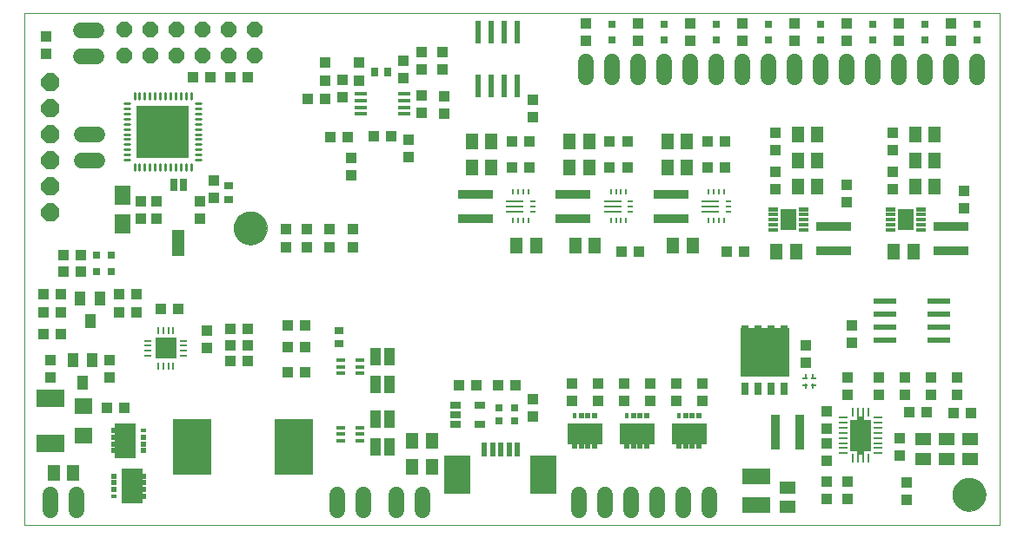
<source format=gts>
G75*
%MOIN*%
%OFA0B0*%
%FSLAX25Y25*%
%IPPOS*%
%LPD*%
%AMOC8*
5,1,8,0,0,1.08239X$1,22.5*
%
%ADD10C,0.00000*%
%ADD11C,0.12598*%
%ADD12R,0.02362X0.08661*%
%ADD13R,0.01100X0.03100*%
%ADD14R,0.03100X0.01100*%
%ADD15R,0.08400X0.08400*%
%ADD16C,0.02200*%
%ADD17R,0.05118X0.05906*%
%ADD18R,0.04331X0.03937*%
%ADD19R,0.06299X0.08465*%
%ADD20C,0.00011*%
%ADD21C,0.02381*%
%ADD22C,0.02400*%
%ADD23R,0.13200X0.03800*%
%ADD24R,0.03937X0.04331*%
%ADD25R,0.03150X0.03150*%
%ADD26R,0.04724X0.01181*%
%ADD27R,0.03543X0.01772*%
%ADD28R,0.04330X0.06800*%
%ADD29R,0.05906X0.07677*%
%ADD30R,0.03543X0.02756*%
%ADD31R,0.02500X0.05000*%
%ADD32R,0.05000X0.10000*%
%ADD33R,0.01102X0.03346*%
%ADD34R,0.03346X0.01102*%
%ADD35R,0.08071X0.12008*%
%ADD36R,0.00906X0.04528*%
%ADD37R,0.03071X0.15157*%
%ADD38C,0.01987*%
%ADD39R,0.05906X0.05118*%
%ADD40R,0.03800X0.13200*%
%ADD41R,0.15157X0.21654*%
%ADD42R,0.02200X0.02000*%
%ADD43R,0.02200X0.01800*%
%ADD44R,0.08000X0.13400*%
%ADD45R,0.10630X0.06299*%
%ADD46R,0.03937X0.05512*%
%ADD47R,0.07098X0.06299*%
%ADD48R,0.02000X0.02200*%
%ADD49R,0.01800X0.02200*%
%ADD50R,0.13400X0.08000*%
%ADD51C,0.06000*%
%ADD52R,0.02953X0.05118*%
%ADD53R,0.18898X0.18504*%
%ADD54C,0.01102*%
%ADD55R,0.20079X0.20079*%
%ADD56OC8,0.07000*%
%ADD57OC8,0.06000*%
%ADD58R,0.10630X0.07087*%
%ADD59R,0.02756X0.03543*%
%ADD60R,0.00906X0.01929*%
%ADD61R,0.01929X0.00906*%
%ADD62R,0.07000X0.00900*%
%ADD63R,0.00900X0.02400*%
%ADD64R,0.02400X0.00900*%
%ADD65R,0.08661X0.02362*%
%ADD66R,0.03937X0.02756*%
%ADD67R,0.09843X0.14961*%
%ADD68R,0.01969X0.05512*%
D10*
X0021985Y0025808D02*
X0021985Y0222658D01*
X0396000Y0222658D01*
X0396000Y0025808D01*
X0021985Y0025808D01*
X0102300Y0139981D02*
X0102302Y0140139D01*
X0102308Y0140297D01*
X0102318Y0140455D01*
X0102332Y0140613D01*
X0102350Y0140770D01*
X0102371Y0140927D01*
X0102397Y0141083D01*
X0102427Y0141239D01*
X0102460Y0141394D01*
X0102498Y0141547D01*
X0102539Y0141700D01*
X0102584Y0141852D01*
X0102633Y0142003D01*
X0102686Y0142152D01*
X0102742Y0142300D01*
X0102802Y0142446D01*
X0102866Y0142591D01*
X0102934Y0142734D01*
X0103005Y0142876D01*
X0103079Y0143016D01*
X0103157Y0143153D01*
X0103239Y0143289D01*
X0103323Y0143423D01*
X0103412Y0143554D01*
X0103503Y0143683D01*
X0103598Y0143810D01*
X0103695Y0143935D01*
X0103796Y0144057D01*
X0103900Y0144176D01*
X0104007Y0144293D01*
X0104117Y0144407D01*
X0104230Y0144518D01*
X0104345Y0144627D01*
X0104463Y0144732D01*
X0104584Y0144834D01*
X0104707Y0144934D01*
X0104833Y0145030D01*
X0104961Y0145123D01*
X0105091Y0145213D01*
X0105224Y0145299D01*
X0105359Y0145383D01*
X0105495Y0145462D01*
X0105634Y0145539D01*
X0105775Y0145611D01*
X0105917Y0145681D01*
X0106061Y0145746D01*
X0106207Y0145808D01*
X0106354Y0145866D01*
X0106503Y0145921D01*
X0106653Y0145972D01*
X0106804Y0146019D01*
X0106956Y0146062D01*
X0107109Y0146101D01*
X0107264Y0146137D01*
X0107419Y0146168D01*
X0107575Y0146196D01*
X0107731Y0146220D01*
X0107888Y0146240D01*
X0108046Y0146256D01*
X0108203Y0146268D01*
X0108362Y0146276D01*
X0108520Y0146280D01*
X0108678Y0146280D01*
X0108836Y0146276D01*
X0108995Y0146268D01*
X0109152Y0146256D01*
X0109310Y0146240D01*
X0109467Y0146220D01*
X0109623Y0146196D01*
X0109779Y0146168D01*
X0109934Y0146137D01*
X0110089Y0146101D01*
X0110242Y0146062D01*
X0110394Y0146019D01*
X0110545Y0145972D01*
X0110695Y0145921D01*
X0110844Y0145866D01*
X0110991Y0145808D01*
X0111137Y0145746D01*
X0111281Y0145681D01*
X0111423Y0145611D01*
X0111564Y0145539D01*
X0111703Y0145462D01*
X0111839Y0145383D01*
X0111974Y0145299D01*
X0112107Y0145213D01*
X0112237Y0145123D01*
X0112365Y0145030D01*
X0112491Y0144934D01*
X0112614Y0144834D01*
X0112735Y0144732D01*
X0112853Y0144627D01*
X0112968Y0144518D01*
X0113081Y0144407D01*
X0113191Y0144293D01*
X0113298Y0144176D01*
X0113402Y0144057D01*
X0113503Y0143935D01*
X0113600Y0143810D01*
X0113695Y0143683D01*
X0113786Y0143554D01*
X0113875Y0143423D01*
X0113959Y0143289D01*
X0114041Y0143153D01*
X0114119Y0143016D01*
X0114193Y0142876D01*
X0114264Y0142734D01*
X0114332Y0142591D01*
X0114396Y0142446D01*
X0114456Y0142300D01*
X0114512Y0142152D01*
X0114565Y0142003D01*
X0114614Y0141852D01*
X0114659Y0141700D01*
X0114700Y0141547D01*
X0114738Y0141394D01*
X0114771Y0141239D01*
X0114801Y0141083D01*
X0114827Y0140927D01*
X0114848Y0140770D01*
X0114866Y0140613D01*
X0114880Y0140455D01*
X0114890Y0140297D01*
X0114896Y0140139D01*
X0114898Y0139981D01*
X0114896Y0139823D01*
X0114890Y0139665D01*
X0114880Y0139507D01*
X0114866Y0139349D01*
X0114848Y0139192D01*
X0114827Y0139035D01*
X0114801Y0138879D01*
X0114771Y0138723D01*
X0114738Y0138568D01*
X0114700Y0138415D01*
X0114659Y0138262D01*
X0114614Y0138110D01*
X0114565Y0137959D01*
X0114512Y0137810D01*
X0114456Y0137662D01*
X0114396Y0137516D01*
X0114332Y0137371D01*
X0114264Y0137228D01*
X0114193Y0137086D01*
X0114119Y0136946D01*
X0114041Y0136809D01*
X0113959Y0136673D01*
X0113875Y0136539D01*
X0113786Y0136408D01*
X0113695Y0136279D01*
X0113600Y0136152D01*
X0113503Y0136027D01*
X0113402Y0135905D01*
X0113298Y0135786D01*
X0113191Y0135669D01*
X0113081Y0135555D01*
X0112968Y0135444D01*
X0112853Y0135335D01*
X0112735Y0135230D01*
X0112614Y0135128D01*
X0112491Y0135028D01*
X0112365Y0134932D01*
X0112237Y0134839D01*
X0112107Y0134749D01*
X0111974Y0134663D01*
X0111839Y0134579D01*
X0111703Y0134500D01*
X0111564Y0134423D01*
X0111423Y0134351D01*
X0111281Y0134281D01*
X0111137Y0134216D01*
X0110991Y0134154D01*
X0110844Y0134096D01*
X0110695Y0134041D01*
X0110545Y0133990D01*
X0110394Y0133943D01*
X0110242Y0133900D01*
X0110089Y0133861D01*
X0109934Y0133825D01*
X0109779Y0133794D01*
X0109623Y0133766D01*
X0109467Y0133742D01*
X0109310Y0133722D01*
X0109152Y0133706D01*
X0108995Y0133694D01*
X0108836Y0133686D01*
X0108678Y0133682D01*
X0108520Y0133682D01*
X0108362Y0133686D01*
X0108203Y0133694D01*
X0108046Y0133706D01*
X0107888Y0133722D01*
X0107731Y0133742D01*
X0107575Y0133766D01*
X0107419Y0133794D01*
X0107264Y0133825D01*
X0107109Y0133861D01*
X0106956Y0133900D01*
X0106804Y0133943D01*
X0106653Y0133990D01*
X0106503Y0134041D01*
X0106354Y0134096D01*
X0106207Y0134154D01*
X0106061Y0134216D01*
X0105917Y0134281D01*
X0105775Y0134351D01*
X0105634Y0134423D01*
X0105495Y0134500D01*
X0105359Y0134579D01*
X0105224Y0134663D01*
X0105091Y0134749D01*
X0104961Y0134839D01*
X0104833Y0134932D01*
X0104707Y0135028D01*
X0104584Y0135128D01*
X0104463Y0135230D01*
X0104345Y0135335D01*
X0104230Y0135444D01*
X0104117Y0135555D01*
X0104007Y0135669D01*
X0103900Y0135786D01*
X0103796Y0135905D01*
X0103695Y0136027D01*
X0103598Y0136152D01*
X0103503Y0136279D01*
X0103412Y0136408D01*
X0103323Y0136539D01*
X0103239Y0136673D01*
X0103157Y0136809D01*
X0103079Y0136946D01*
X0103005Y0137086D01*
X0102934Y0137228D01*
X0102866Y0137371D01*
X0102802Y0137516D01*
X0102742Y0137662D01*
X0102686Y0137810D01*
X0102633Y0137959D01*
X0102584Y0138110D01*
X0102539Y0138262D01*
X0102498Y0138415D01*
X0102460Y0138568D01*
X0102427Y0138723D01*
X0102397Y0138879D01*
X0102371Y0139035D01*
X0102350Y0139192D01*
X0102332Y0139349D01*
X0102318Y0139507D01*
X0102308Y0139665D01*
X0102302Y0139823D01*
X0102300Y0139981D01*
X0377890Y0037619D02*
X0377892Y0037777D01*
X0377898Y0037935D01*
X0377908Y0038093D01*
X0377922Y0038251D01*
X0377940Y0038408D01*
X0377961Y0038565D01*
X0377987Y0038721D01*
X0378017Y0038877D01*
X0378050Y0039032D01*
X0378088Y0039185D01*
X0378129Y0039338D01*
X0378174Y0039490D01*
X0378223Y0039641D01*
X0378276Y0039790D01*
X0378332Y0039938D01*
X0378392Y0040084D01*
X0378456Y0040229D01*
X0378524Y0040372D01*
X0378595Y0040514D01*
X0378669Y0040654D01*
X0378747Y0040791D01*
X0378829Y0040927D01*
X0378913Y0041061D01*
X0379002Y0041192D01*
X0379093Y0041321D01*
X0379188Y0041448D01*
X0379285Y0041573D01*
X0379386Y0041695D01*
X0379490Y0041814D01*
X0379597Y0041931D01*
X0379707Y0042045D01*
X0379820Y0042156D01*
X0379935Y0042265D01*
X0380053Y0042370D01*
X0380174Y0042472D01*
X0380297Y0042572D01*
X0380423Y0042668D01*
X0380551Y0042761D01*
X0380681Y0042851D01*
X0380814Y0042937D01*
X0380949Y0043021D01*
X0381085Y0043100D01*
X0381224Y0043177D01*
X0381365Y0043249D01*
X0381507Y0043319D01*
X0381651Y0043384D01*
X0381797Y0043446D01*
X0381944Y0043504D01*
X0382093Y0043559D01*
X0382243Y0043610D01*
X0382394Y0043657D01*
X0382546Y0043700D01*
X0382699Y0043739D01*
X0382854Y0043775D01*
X0383009Y0043806D01*
X0383165Y0043834D01*
X0383321Y0043858D01*
X0383478Y0043878D01*
X0383636Y0043894D01*
X0383793Y0043906D01*
X0383952Y0043914D01*
X0384110Y0043918D01*
X0384268Y0043918D01*
X0384426Y0043914D01*
X0384585Y0043906D01*
X0384742Y0043894D01*
X0384900Y0043878D01*
X0385057Y0043858D01*
X0385213Y0043834D01*
X0385369Y0043806D01*
X0385524Y0043775D01*
X0385679Y0043739D01*
X0385832Y0043700D01*
X0385984Y0043657D01*
X0386135Y0043610D01*
X0386285Y0043559D01*
X0386434Y0043504D01*
X0386581Y0043446D01*
X0386727Y0043384D01*
X0386871Y0043319D01*
X0387013Y0043249D01*
X0387154Y0043177D01*
X0387293Y0043100D01*
X0387429Y0043021D01*
X0387564Y0042937D01*
X0387697Y0042851D01*
X0387827Y0042761D01*
X0387955Y0042668D01*
X0388081Y0042572D01*
X0388204Y0042472D01*
X0388325Y0042370D01*
X0388443Y0042265D01*
X0388558Y0042156D01*
X0388671Y0042045D01*
X0388781Y0041931D01*
X0388888Y0041814D01*
X0388992Y0041695D01*
X0389093Y0041573D01*
X0389190Y0041448D01*
X0389285Y0041321D01*
X0389376Y0041192D01*
X0389465Y0041061D01*
X0389549Y0040927D01*
X0389631Y0040791D01*
X0389709Y0040654D01*
X0389783Y0040514D01*
X0389854Y0040372D01*
X0389922Y0040229D01*
X0389986Y0040084D01*
X0390046Y0039938D01*
X0390102Y0039790D01*
X0390155Y0039641D01*
X0390204Y0039490D01*
X0390249Y0039338D01*
X0390290Y0039185D01*
X0390328Y0039032D01*
X0390361Y0038877D01*
X0390391Y0038721D01*
X0390417Y0038565D01*
X0390438Y0038408D01*
X0390456Y0038251D01*
X0390470Y0038093D01*
X0390480Y0037935D01*
X0390486Y0037777D01*
X0390488Y0037619D01*
X0390486Y0037461D01*
X0390480Y0037303D01*
X0390470Y0037145D01*
X0390456Y0036987D01*
X0390438Y0036830D01*
X0390417Y0036673D01*
X0390391Y0036517D01*
X0390361Y0036361D01*
X0390328Y0036206D01*
X0390290Y0036053D01*
X0390249Y0035900D01*
X0390204Y0035748D01*
X0390155Y0035597D01*
X0390102Y0035448D01*
X0390046Y0035300D01*
X0389986Y0035154D01*
X0389922Y0035009D01*
X0389854Y0034866D01*
X0389783Y0034724D01*
X0389709Y0034584D01*
X0389631Y0034447D01*
X0389549Y0034311D01*
X0389465Y0034177D01*
X0389376Y0034046D01*
X0389285Y0033917D01*
X0389190Y0033790D01*
X0389093Y0033665D01*
X0388992Y0033543D01*
X0388888Y0033424D01*
X0388781Y0033307D01*
X0388671Y0033193D01*
X0388558Y0033082D01*
X0388443Y0032973D01*
X0388325Y0032868D01*
X0388204Y0032766D01*
X0388081Y0032666D01*
X0387955Y0032570D01*
X0387827Y0032477D01*
X0387697Y0032387D01*
X0387564Y0032301D01*
X0387429Y0032217D01*
X0387293Y0032138D01*
X0387154Y0032061D01*
X0387013Y0031989D01*
X0386871Y0031919D01*
X0386727Y0031854D01*
X0386581Y0031792D01*
X0386434Y0031734D01*
X0386285Y0031679D01*
X0386135Y0031628D01*
X0385984Y0031581D01*
X0385832Y0031538D01*
X0385679Y0031499D01*
X0385524Y0031463D01*
X0385369Y0031432D01*
X0385213Y0031404D01*
X0385057Y0031380D01*
X0384900Y0031360D01*
X0384742Y0031344D01*
X0384585Y0031332D01*
X0384426Y0031324D01*
X0384268Y0031320D01*
X0384110Y0031320D01*
X0383952Y0031324D01*
X0383793Y0031332D01*
X0383636Y0031344D01*
X0383478Y0031360D01*
X0383321Y0031380D01*
X0383165Y0031404D01*
X0383009Y0031432D01*
X0382854Y0031463D01*
X0382699Y0031499D01*
X0382546Y0031538D01*
X0382394Y0031581D01*
X0382243Y0031628D01*
X0382093Y0031679D01*
X0381944Y0031734D01*
X0381797Y0031792D01*
X0381651Y0031854D01*
X0381507Y0031919D01*
X0381365Y0031989D01*
X0381224Y0032061D01*
X0381085Y0032138D01*
X0380949Y0032217D01*
X0380814Y0032301D01*
X0380681Y0032387D01*
X0380551Y0032477D01*
X0380423Y0032570D01*
X0380297Y0032666D01*
X0380174Y0032766D01*
X0380053Y0032868D01*
X0379935Y0032973D01*
X0379820Y0033082D01*
X0379707Y0033193D01*
X0379597Y0033307D01*
X0379490Y0033424D01*
X0379386Y0033543D01*
X0379285Y0033665D01*
X0379188Y0033790D01*
X0379093Y0033917D01*
X0379002Y0034046D01*
X0378913Y0034177D01*
X0378829Y0034311D01*
X0378747Y0034447D01*
X0378669Y0034584D01*
X0378595Y0034724D01*
X0378524Y0034866D01*
X0378456Y0035009D01*
X0378392Y0035154D01*
X0378332Y0035300D01*
X0378276Y0035448D01*
X0378223Y0035597D01*
X0378174Y0035748D01*
X0378129Y0035900D01*
X0378088Y0036053D01*
X0378050Y0036206D01*
X0378017Y0036361D01*
X0377987Y0036517D01*
X0377961Y0036673D01*
X0377940Y0036830D01*
X0377922Y0036987D01*
X0377908Y0037145D01*
X0377898Y0037303D01*
X0377892Y0037461D01*
X0377890Y0037619D01*
D11*
X0384189Y0037619D03*
X0108599Y0139981D03*
D12*
X0195981Y0194669D03*
X0200981Y0194669D03*
X0205981Y0194669D03*
X0210981Y0194669D03*
X0210981Y0215141D03*
X0205981Y0215141D03*
X0200981Y0215141D03*
X0195981Y0215141D03*
D13*
X0079111Y0100650D03*
X0077142Y0100650D03*
X0075174Y0100650D03*
X0073205Y0100650D03*
X0073205Y0086871D03*
X0075174Y0086871D03*
X0077142Y0086871D03*
X0079111Y0086871D03*
D14*
X0083048Y0090807D03*
X0083048Y0092776D03*
X0083048Y0094745D03*
X0083048Y0096714D03*
X0069268Y0096714D03*
X0069268Y0094745D03*
X0069268Y0092776D03*
X0069268Y0090807D03*
D15*
X0076158Y0093760D03*
D16*
X0077758Y0092160D03*
X0074558Y0092160D03*
X0074558Y0095360D03*
X0077758Y0095360D03*
D17*
X0040725Y0045808D03*
X0033245Y0045808D03*
X0170745Y0048308D03*
X0178225Y0048308D03*
X0178225Y0058308D03*
X0170745Y0058308D03*
X0210745Y0133308D03*
X0218225Y0133308D03*
X0233245Y0133308D03*
X0240725Y0133308D03*
X0270745Y0133308D03*
X0278225Y0133308D03*
X0310430Y0130808D03*
X0317910Y0130808D03*
X0355430Y0130808D03*
X0362910Y0130808D03*
X0363560Y0155808D03*
X0371040Y0155808D03*
X0371040Y0165808D03*
X0363560Y0165808D03*
X0363560Y0175808D03*
X0371040Y0175808D03*
X0326040Y0175808D03*
X0318560Y0175808D03*
X0318560Y0165808D03*
X0326040Y0165808D03*
X0326040Y0155808D03*
X0318560Y0155808D03*
X0276040Y0163308D03*
X0268560Y0163308D03*
X0268560Y0173308D03*
X0276040Y0173308D03*
X0238540Y0173308D03*
X0231060Y0173308D03*
X0231060Y0163308D03*
X0238540Y0163308D03*
X0201040Y0163308D03*
X0193560Y0163308D03*
X0193560Y0173308D03*
X0201040Y0173308D03*
D18*
X0216985Y0182461D03*
X0216985Y0189154D03*
X0182965Y0190571D03*
X0174422Y0190965D03*
X0174422Y0184272D03*
X0182965Y0183878D03*
X0169422Y0173839D03*
X0169422Y0167146D03*
X0147364Y0166949D03*
X0147364Y0160256D03*
X0147969Y0139390D03*
X0147969Y0132697D03*
X0122378Y0132697D03*
X0122378Y0139390D03*
X0080882Y0108839D03*
X0074189Y0108839D03*
X0036131Y0099108D03*
X0029438Y0099108D03*
X0053638Y0070808D03*
X0060331Y0070808D03*
X0123038Y0084608D03*
X0129731Y0084608D03*
X0216985Y0074154D03*
X0216985Y0067461D03*
X0231847Y0073638D03*
X0231847Y0080331D03*
X0241847Y0080331D03*
X0251847Y0080331D03*
X0261847Y0080331D03*
X0261847Y0073638D03*
X0251847Y0073638D03*
X0241847Y0073638D03*
X0271847Y0073638D03*
X0281847Y0073638D03*
X0281847Y0080331D03*
X0271847Y0080331D03*
X0321555Y0088235D03*
X0321555Y0094928D03*
X0339200Y0095861D03*
X0339200Y0102554D03*
X0349655Y0082428D03*
X0349655Y0075735D03*
X0329655Y0069475D03*
X0329655Y0062782D03*
X0360255Y0042228D03*
X0360255Y0035535D03*
X0379655Y0075735D03*
X0379655Y0082428D03*
X0382300Y0147461D03*
X0382300Y0154154D03*
X0354800Y0169961D03*
X0354800Y0176654D03*
X0337300Y0156654D03*
X0337300Y0149961D03*
X0309800Y0169961D03*
X0309800Y0176654D03*
X0317300Y0211861D03*
X0317300Y0218554D03*
X0337300Y0218554D03*
X0337300Y0211861D03*
X0357300Y0211861D03*
X0357300Y0218554D03*
X0377300Y0218554D03*
X0377300Y0211861D03*
X0297300Y0211861D03*
X0297300Y0218554D03*
X0277300Y0218554D03*
X0277300Y0211861D03*
X0257300Y0211861D03*
X0257300Y0218554D03*
X0237300Y0218554D03*
X0237300Y0211861D03*
X0174422Y0207465D03*
X0174422Y0200772D03*
X0150422Y0203393D03*
X0150422Y0196700D03*
X0143822Y0196765D03*
X0143822Y0190072D03*
X0030371Y0206850D03*
X0030371Y0213543D03*
D19*
X0314800Y0143308D03*
X0359800Y0143308D03*
D20*
X0355661Y0143854D02*
X0352423Y0143854D01*
X0355661Y0143854D02*
X0355661Y0142762D01*
X0352423Y0142762D01*
X0352423Y0143854D01*
X0352423Y0142772D02*
X0355661Y0142772D01*
X0355661Y0142782D02*
X0352423Y0142782D01*
X0352423Y0142792D02*
X0355661Y0142792D01*
X0355661Y0142802D02*
X0352423Y0142802D01*
X0352423Y0142812D02*
X0355661Y0142812D01*
X0355661Y0142822D02*
X0352423Y0142822D01*
X0352423Y0142832D02*
X0355661Y0142832D01*
X0355661Y0142842D02*
X0352423Y0142842D01*
X0352423Y0142852D02*
X0355661Y0142852D01*
X0355661Y0142862D02*
X0352423Y0142862D01*
X0352423Y0142872D02*
X0355661Y0142872D01*
X0355661Y0142882D02*
X0352423Y0142882D01*
X0352423Y0142892D02*
X0355661Y0142892D01*
X0355661Y0142902D02*
X0352423Y0142902D01*
X0352423Y0142912D02*
X0355661Y0142912D01*
X0355661Y0142922D02*
X0352423Y0142922D01*
X0352423Y0142932D02*
X0355661Y0142932D01*
X0355661Y0142942D02*
X0352423Y0142942D01*
X0352423Y0142952D02*
X0355661Y0142952D01*
X0355661Y0142962D02*
X0352423Y0142962D01*
X0352423Y0142972D02*
X0355661Y0142972D01*
X0355661Y0142982D02*
X0352423Y0142982D01*
X0352423Y0142992D02*
X0355661Y0142992D01*
X0355661Y0143002D02*
X0352423Y0143002D01*
X0352423Y0143012D02*
X0355661Y0143012D01*
X0355661Y0143022D02*
X0352423Y0143022D01*
X0352423Y0143032D02*
X0355661Y0143032D01*
X0355661Y0143042D02*
X0352423Y0143042D01*
X0352423Y0143052D02*
X0355661Y0143052D01*
X0355661Y0143062D02*
X0352423Y0143062D01*
X0352423Y0143072D02*
X0355661Y0143072D01*
X0355661Y0143082D02*
X0352423Y0143082D01*
X0352423Y0143092D02*
X0355661Y0143092D01*
X0355661Y0143102D02*
X0352423Y0143102D01*
X0352423Y0143112D02*
X0355661Y0143112D01*
X0355661Y0143122D02*
X0352423Y0143122D01*
X0352423Y0143132D02*
X0355661Y0143132D01*
X0355661Y0143142D02*
X0352423Y0143142D01*
X0352423Y0143152D02*
X0355661Y0143152D01*
X0355661Y0143162D02*
X0352423Y0143162D01*
X0352423Y0143172D02*
X0355661Y0143172D01*
X0355661Y0143182D02*
X0352423Y0143182D01*
X0352423Y0143192D02*
X0355661Y0143192D01*
X0355661Y0143202D02*
X0352423Y0143202D01*
X0352423Y0143212D02*
X0355661Y0143212D01*
X0355661Y0143222D02*
X0352423Y0143222D01*
X0352423Y0143232D02*
X0355661Y0143232D01*
X0355661Y0143242D02*
X0352423Y0143242D01*
X0352423Y0143252D02*
X0355661Y0143252D01*
X0355661Y0143262D02*
X0352423Y0143262D01*
X0352423Y0143272D02*
X0355661Y0143272D01*
X0355661Y0143282D02*
X0352423Y0143282D01*
X0352423Y0143292D02*
X0355661Y0143292D01*
X0355661Y0143302D02*
X0352423Y0143302D01*
X0352423Y0143312D02*
X0355661Y0143312D01*
X0355661Y0143322D02*
X0352423Y0143322D01*
X0352423Y0143332D02*
X0355661Y0143332D01*
X0355661Y0143342D02*
X0352423Y0143342D01*
X0352423Y0143352D02*
X0355661Y0143352D01*
X0355661Y0143362D02*
X0352423Y0143362D01*
X0352423Y0143372D02*
X0355661Y0143372D01*
X0355661Y0143382D02*
X0352423Y0143382D01*
X0352423Y0143392D02*
X0355661Y0143392D01*
X0355661Y0143402D02*
X0352423Y0143402D01*
X0352423Y0143412D02*
X0355661Y0143412D01*
X0355661Y0143422D02*
X0352423Y0143422D01*
X0352423Y0143432D02*
X0355661Y0143432D01*
X0355661Y0143442D02*
X0352423Y0143442D01*
X0352423Y0143452D02*
X0355661Y0143452D01*
X0355661Y0143462D02*
X0352423Y0143462D01*
X0352423Y0143472D02*
X0355661Y0143472D01*
X0355661Y0143482D02*
X0352423Y0143482D01*
X0352423Y0143492D02*
X0355661Y0143492D01*
X0355661Y0143502D02*
X0352423Y0143502D01*
X0352423Y0143512D02*
X0355661Y0143512D01*
X0355661Y0143522D02*
X0352423Y0143522D01*
X0352423Y0143532D02*
X0355661Y0143532D01*
X0355661Y0143542D02*
X0352423Y0143542D01*
X0352423Y0143552D02*
X0355661Y0143552D01*
X0355661Y0143562D02*
X0352423Y0143562D01*
X0352423Y0143572D02*
X0355661Y0143572D01*
X0355661Y0143582D02*
X0352423Y0143582D01*
X0352423Y0143592D02*
X0355661Y0143592D01*
X0355661Y0143602D02*
X0352423Y0143602D01*
X0352423Y0143612D02*
X0355661Y0143612D01*
X0355661Y0143622D02*
X0352423Y0143622D01*
X0352423Y0143632D02*
X0355661Y0143632D01*
X0355661Y0143642D02*
X0352423Y0143642D01*
X0352423Y0143652D02*
X0355661Y0143652D01*
X0355661Y0143662D02*
X0352423Y0143662D01*
X0352423Y0143672D02*
X0355661Y0143672D01*
X0355661Y0143682D02*
X0352423Y0143682D01*
X0352423Y0143692D02*
X0355661Y0143692D01*
X0355661Y0143702D02*
X0352423Y0143702D01*
X0352423Y0143712D02*
X0355661Y0143712D01*
X0355661Y0143722D02*
X0352423Y0143722D01*
X0352423Y0143732D02*
X0355661Y0143732D01*
X0355661Y0143742D02*
X0352423Y0143742D01*
X0352423Y0143752D02*
X0355661Y0143752D01*
X0355661Y0143762D02*
X0352423Y0143762D01*
X0352423Y0143772D02*
X0355661Y0143772D01*
X0355661Y0143782D02*
X0352423Y0143782D01*
X0352423Y0143792D02*
X0355661Y0143792D01*
X0355661Y0143802D02*
X0352423Y0143802D01*
X0352423Y0143812D02*
X0355661Y0143812D01*
X0355661Y0143822D02*
X0352423Y0143822D01*
X0352423Y0143832D02*
X0355661Y0143832D01*
X0355661Y0143842D02*
X0352423Y0143842D01*
X0352423Y0143852D02*
X0355661Y0143852D01*
X0355661Y0145822D02*
X0352423Y0145822D01*
X0355661Y0145822D02*
X0355661Y0144730D01*
X0352423Y0144730D01*
X0352423Y0145822D01*
X0352423Y0144740D02*
X0355661Y0144740D01*
X0355661Y0144750D02*
X0352423Y0144750D01*
X0352423Y0144760D02*
X0355661Y0144760D01*
X0355661Y0144770D02*
X0352423Y0144770D01*
X0352423Y0144780D02*
X0355661Y0144780D01*
X0355661Y0144790D02*
X0352423Y0144790D01*
X0352423Y0144800D02*
X0355661Y0144800D01*
X0355661Y0144810D02*
X0352423Y0144810D01*
X0352423Y0144820D02*
X0355661Y0144820D01*
X0355661Y0144830D02*
X0352423Y0144830D01*
X0352423Y0144840D02*
X0355661Y0144840D01*
X0355661Y0144850D02*
X0352423Y0144850D01*
X0352423Y0144860D02*
X0355661Y0144860D01*
X0355661Y0144870D02*
X0352423Y0144870D01*
X0352423Y0144880D02*
X0355661Y0144880D01*
X0355661Y0144890D02*
X0352423Y0144890D01*
X0352423Y0144900D02*
X0355661Y0144900D01*
X0355661Y0144910D02*
X0352423Y0144910D01*
X0352423Y0144920D02*
X0355661Y0144920D01*
X0355661Y0144930D02*
X0352423Y0144930D01*
X0352423Y0144940D02*
X0355661Y0144940D01*
X0355661Y0144950D02*
X0352423Y0144950D01*
X0352423Y0144960D02*
X0355661Y0144960D01*
X0355661Y0144970D02*
X0352423Y0144970D01*
X0352423Y0144980D02*
X0355661Y0144980D01*
X0355661Y0144990D02*
X0352423Y0144990D01*
X0352423Y0145000D02*
X0355661Y0145000D01*
X0355661Y0145010D02*
X0352423Y0145010D01*
X0352423Y0145020D02*
X0355661Y0145020D01*
X0355661Y0145030D02*
X0352423Y0145030D01*
X0352423Y0145040D02*
X0355661Y0145040D01*
X0355661Y0145050D02*
X0352423Y0145050D01*
X0352423Y0145060D02*
X0355661Y0145060D01*
X0355661Y0145070D02*
X0352423Y0145070D01*
X0352423Y0145080D02*
X0355661Y0145080D01*
X0355661Y0145090D02*
X0352423Y0145090D01*
X0352423Y0145100D02*
X0355661Y0145100D01*
X0355661Y0145110D02*
X0352423Y0145110D01*
X0352423Y0145120D02*
X0355661Y0145120D01*
X0355661Y0145130D02*
X0352423Y0145130D01*
X0352423Y0145140D02*
X0355661Y0145140D01*
X0355661Y0145150D02*
X0352423Y0145150D01*
X0352423Y0145160D02*
X0355661Y0145160D01*
X0355661Y0145170D02*
X0352423Y0145170D01*
X0352423Y0145180D02*
X0355661Y0145180D01*
X0355661Y0145190D02*
X0352423Y0145190D01*
X0352423Y0145200D02*
X0355661Y0145200D01*
X0355661Y0145210D02*
X0352423Y0145210D01*
X0352423Y0145220D02*
X0355661Y0145220D01*
X0355661Y0145230D02*
X0352423Y0145230D01*
X0352423Y0145240D02*
X0355661Y0145240D01*
X0355661Y0145250D02*
X0352423Y0145250D01*
X0352423Y0145260D02*
X0355661Y0145260D01*
X0355661Y0145270D02*
X0352423Y0145270D01*
X0352423Y0145280D02*
X0355661Y0145280D01*
X0355661Y0145290D02*
X0352423Y0145290D01*
X0352423Y0145300D02*
X0355661Y0145300D01*
X0355661Y0145310D02*
X0352423Y0145310D01*
X0352423Y0145320D02*
X0355661Y0145320D01*
X0355661Y0145330D02*
X0352423Y0145330D01*
X0352423Y0145340D02*
X0355661Y0145340D01*
X0355661Y0145350D02*
X0352423Y0145350D01*
X0352423Y0145360D02*
X0355661Y0145360D01*
X0355661Y0145370D02*
X0352423Y0145370D01*
X0352423Y0145380D02*
X0355661Y0145380D01*
X0355661Y0145390D02*
X0352423Y0145390D01*
X0352423Y0145400D02*
X0355661Y0145400D01*
X0355661Y0145410D02*
X0352423Y0145410D01*
X0352423Y0145420D02*
X0355661Y0145420D01*
X0355661Y0145430D02*
X0352423Y0145430D01*
X0352423Y0145440D02*
X0355661Y0145440D01*
X0355661Y0145450D02*
X0352423Y0145450D01*
X0352423Y0145460D02*
X0355661Y0145460D01*
X0355661Y0145470D02*
X0352423Y0145470D01*
X0352423Y0145480D02*
X0355661Y0145480D01*
X0355661Y0145490D02*
X0352423Y0145490D01*
X0352423Y0145500D02*
X0355661Y0145500D01*
X0355661Y0145510D02*
X0352423Y0145510D01*
X0352423Y0145520D02*
X0355661Y0145520D01*
X0355661Y0145530D02*
X0352423Y0145530D01*
X0352423Y0145540D02*
X0355661Y0145540D01*
X0355661Y0145550D02*
X0352423Y0145550D01*
X0352423Y0145560D02*
X0355661Y0145560D01*
X0355661Y0145570D02*
X0352423Y0145570D01*
X0352423Y0145580D02*
X0355661Y0145580D01*
X0355661Y0145590D02*
X0352423Y0145590D01*
X0352423Y0145600D02*
X0355661Y0145600D01*
X0355661Y0145610D02*
X0352423Y0145610D01*
X0352423Y0145620D02*
X0355661Y0145620D01*
X0355661Y0145630D02*
X0352423Y0145630D01*
X0352423Y0145640D02*
X0355661Y0145640D01*
X0355661Y0145650D02*
X0352423Y0145650D01*
X0352423Y0145660D02*
X0355661Y0145660D01*
X0355661Y0145670D02*
X0352423Y0145670D01*
X0352423Y0145680D02*
X0355661Y0145680D01*
X0355661Y0145690D02*
X0352423Y0145690D01*
X0352423Y0145700D02*
X0355661Y0145700D01*
X0355661Y0145710D02*
X0352423Y0145710D01*
X0352423Y0145720D02*
X0355661Y0145720D01*
X0355661Y0145730D02*
X0352423Y0145730D01*
X0352423Y0145740D02*
X0355661Y0145740D01*
X0355661Y0145750D02*
X0352423Y0145750D01*
X0352423Y0145760D02*
X0355661Y0145760D01*
X0355661Y0145770D02*
X0352423Y0145770D01*
X0352423Y0145780D02*
X0355661Y0145780D01*
X0355661Y0145790D02*
X0352423Y0145790D01*
X0352423Y0145800D02*
X0355661Y0145800D01*
X0355661Y0145810D02*
X0352423Y0145810D01*
X0352423Y0145820D02*
X0355661Y0145820D01*
X0355661Y0147791D02*
X0352423Y0147791D01*
X0355661Y0147791D02*
X0355661Y0146699D01*
X0352423Y0146699D01*
X0352423Y0147791D01*
X0352423Y0146709D02*
X0355661Y0146709D01*
X0355661Y0146719D02*
X0352423Y0146719D01*
X0352423Y0146729D02*
X0355661Y0146729D01*
X0355661Y0146739D02*
X0352423Y0146739D01*
X0352423Y0146749D02*
X0355661Y0146749D01*
X0355661Y0146759D02*
X0352423Y0146759D01*
X0352423Y0146769D02*
X0355661Y0146769D01*
X0355661Y0146779D02*
X0352423Y0146779D01*
X0352423Y0146789D02*
X0355661Y0146789D01*
X0355661Y0146799D02*
X0352423Y0146799D01*
X0352423Y0146809D02*
X0355661Y0146809D01*
X0355661Y0146819D02*
X0352423Y0146819D01*
X0352423Y0146829D02*
X0355661Y0146829D01*
X0355661Y0146839D02*
X0352423Y0146839D01*
X0352423Y0146849D02*
X0355661Y0146849D01*
X0355661Y0146859D02*
X0352423Y0146859D01*
X0352423Y0146869D02*
X0355661Y0146869D01*
X0355661Y0146879D02*
X0352423Y0146879D01*
X0352423Y0146889D02*
X0355661Y0146889D01*
X0355661Y0146899D02*
X0352423Y0146899D01*
X0352423Y0146909D02*
X0355661Y0146909D01*
X0355661Y0146919D02*
X0352423Y0146919D01*
X0352423Y0146929D02*
X0355661Y0146929D01*
X0355661Y0146939D02*
X0352423Y0146939D01*
X0352423Y0146949D02*
X0355661Y0146949D01*
X0355661Y0146959D02*
X0352423Y0146959D01*
X0352423Y0146969D02*
X0355661Y0146969D01*
X0355661Y0146979D02*
X0352423Y0146979D01*
X0352423Y0146989D02*
X0355661Y0146989D01*
X0355661Y0146999D02*
X0352423Y0146999D01*
X0352423Y0147009D02*
X0355661Y0147009D01*
X0355661Y0147019D02*
X0352423Y0147019D01*
X0352423Y0147029D02*
X0355661Y0147029D01*
X0355661Y0147039D02*
X0352423Y0147039D01*
X0352423Y0147049D02*
X0355661Y0147049D01*
X0355661Y0147059D02*
X0352423Y0147059D01*
X0352423Y0147069D02*
X0355661Y0147069D01*
X0355661Y0147079D02*
X0352423Y0147079D01*
X0352423Y0147089D02*
X0355661Y0147089D01*
X0355661Y0147099D02*
X0352423Y0147099D01*
X0352423Y0147109D02*
X0355661Y0147109D01*
X0355661Y0147119D02*
X0352423Y0147119D01*
X0352423Y0147129D02*
X0355661Y0147129D01*
X0355661Y0147139D02*
X0352423Y0147139D01*
X0352423Y0147149D02*
X0355661Y0147149D01*
X0355661Y0147159D02*
X0352423Y0147159D01*
X0352423Y0147169D02*
X0355661Y0147169D01*
X0355661Y0147179D02*
X0352423Y0147179D01*
X0352423Y0147189D02*
X0355661Y0147189D01*
X0355661Y0147199D02*
X0352423Y0147199D01*
X0352423Y0147209D02*
X0355661Y0147209D01*
X0355661Y0147219D02*
X0352423Y0147219D01*
X0352423Y0147229D02*
X0355661Y0147229D01*
X0355661Y0147239D02*
X0352423Y0147239D01*
X0352423Y0147249D02*
X0355661Y0147249D01*
X0355661Y0147259D02*
X0352423Y0147259D01*
X0352423Y0147269D02*
X0355661Y0147269D01*
X0355661Y0147279D02*
X0352423Y0147279D01*
X0352423Y0147289D02*
X0355661Y0147289D01*
X0355661Y0147299D02*
X0352423Y0147299D01*
X0352423Y0147309D02*
X0355661Y0147309D01*
X0355661Y0147319D02*
X0352423Y0147319D01*
X0352423Y0147329D02*
X0355661Y0147329D01*
X0355661Y0147339D02*
X0352423Y0147339D01*
X0352423Y0147349D02*
X0355661Y0147349D01*
X0355661Y0147359D02*
X0352423Y0147359D01*
X0352423Y0147369D02*
X0355661Y0147369D01*
X0355661Y0147379D02*
X0352423Y0147379D01*
X0352423Y0147389D02*
X0355661Y0147389D01*
X0355661Y0147399D02*
X0352423Y0147399D01*
X0352423Y0147409D02*
X0355661Y0147409D01*
X0355661Y0147419D02*
X0352423Y0147419D01*
X0352423Y0147429D02*
X0355661Y0147429D01*
X0355661Y0147439D02*
X0352423Y0147439D01*
X0352423Y0147449D02*
X0355661Y0147449D01*
X0355661Y0147459D02*
X0352423Y0147459D01*
X0352423Y0147469D02*
X0355661Y0147469D01*
X0355661Y0147479D02*
X0352423Y0147479D01*
X0352423Y0147489D02*
X0355661Y0147489D01*
X0355661Y0147499D02*
X0352423Y0147499D01*
X0352423Y0147509D02*
X0355661Y0147509D01*
X0355661Y0147519D02*
X0352423Y0147519D01*
X0352423Y0147529D02*
X0355661Y0147529D01*
X0355661Y0147539D02*
X0352423Y0147539D01*
X0352423Y0147549D02*
X0355661Y0147549D01*
X0355661Y0147559D02*
X0352423Y0147559D01*
X0352423Y0147569D02*
X0355661Y0147569D01*
X0355661Y0147579D02*
X0352423Y0147579D01*
X0352423Y0147589D02*
X0355661Y0147589D01*
X0355661Y0147599D02*
X0352423Y0147599D01*
X0352423Y0147609D02*
X0355661Y0147609D01*
X0355661Y0147619D02*
X0352423Y0147619D01*
X0352423Y0147629D02*
X0355661Y0147629D01*
X0355661Y0147639D02*
X0352423Y0147639D01*
X0352423Y0147649D02*
X0355661Y0147649D01*
X0355661Y0147659D02*
X0352423Y0147659D01*
X0352423Y0147669D02*
X0355661Y0147669D01*
X0355661Y0147679D02*
X0352423Y0147679D01*
X0352423Y0147689D02*
X0355661Y0147689D01*
X0355661Y0147699D02*
X0352423Y0147699D01*
X0352423Y0147709D02*
X0355661Y0147709D01*
X0355661Y0147719D02*
X0352423Y0147719D01*
X0352423Y0147729D02*
X0355661Y0147729D01*
X0355661Y0147739D02*
X0352423Y0147739D01*
X0352423Y0147749D02*
X0355661Y0147749D01*
X0355661Y0147759D02*
X0352423Y0147759D01*
X0352423Y0147769D02*
X0355661Y0147769D01*
X0355661Y0147779D02*
X0352423Y0147779D01*
X0352423Y0147789D02*
X0355661Y0147789D01*
X0355661Y0141885D02*
X0352423Y0141885D01*
X0355661Y0141885D02*
X0355661Y0140793D01*
X0352423Y0140793D01*
X0352423Y0141885D01*
X0352423Y0140803D02*
X0355661Y0140803D01*
X0355661Y0140813D02*
X0352423Y0140813D01*
X0352423Y0140823D02*
X0355661Y0140823D01*
X0355661Y0140833D02*
X0352423Y0140833D01*
X0352423Y0140843D02*
X0355661Y0140843D01*
X0355661Y0140853D02*
X0352423Y0140853D01*
X0352423Y0140863D02*
X0355661Y0140863D01*
X0355661Y0140873D02*
X0352423Y0140873D01*
X0352423Y0140883D02*
X0355661Y0140883D01*
X0355661Y0140893D02*
X0352423Y0140893D01*
X0352423Y0140903D02*
X0355661Y0140903D01*
X0355661Y0140913D02*
X0352423Y0140913D01*
X0352423Y0140923D02*
X0355661Y0140923D01*
X0355661Y0140933D02*
X0352423Y0140933D01*
X0352423Y0140943D02*
X0355661Y0140943D01*
X0355661Y0140953D02*
X0352423Y0140953D01*
X0352423Y0140963D02*
X0355661Y0140963D01*
X0355661Y0140973D02*
X0352423Y0140973D01*
X0352423Y0140983D02*
X0355661Y0140983D01*
X0355661Y0140993D02*
X0352423Y0140993D01*
X0352423Y0141003D02*
X0355661Y0141003D01*
X0355661Y0141013D02*
X0352423Y0141013D01*
X0352423Y0141023D02*
X0355661Y0141023D01*
X0355661Y0141033D02*
X0352423Y0141033D01*
X0352423Y0141043D02*
X0355661Y0141043D01*
X0355661Y0141053D02*
X0352423Y0141053D01*
X0352423Y0141063D02*
X0355661Y0141063D01*
X0355661Y0141073D02*
X0352423Y0141073D01*
X0352423Y0141083D02*
X0355661Y0141083D01*
X0355661Y0141093D02*
X0352423Y0141093D01*
X0352423Y0141103D02*
X0355661Y0141103D01*
X0355661Y0141113D02*
X0352423Y0141113D01*
X0352423Y0141123D02*
X0355661Y0141123D01*
X0355661Y0141133D02*
X0352423Y0141133D01*
X0352423Y0141143D02*
X0355661Y0141143D01*
X0355661Y0141153D02*
X0352423Y0141153D01*
X0352423Y0141163D02*
X0355661Y0141163D01*
X0355661Y0141173D02*
X0352423Y0141173D01*
X0352423Y0141183D02*
X0355661Y0141183D01*
X0355661Y0141193D02*
X0352423Y0141193D01*
X0352423Y0141203D02*
X0355661Y0141203D01*
X0355661Y0141213D02*
X0352423Y0141213D01*
X0352423Y0141223D02*
X0355661Y0141223D01*
X0355661Y0141233D02*
X0352423Y0141233D01*
X0352423Y0141243D02*
X0355661Y0141243D01*
X0355661Y0141253D02*
X0352423Y0141253D01*
X0352423Y0141263D02*
X0355661Y0141263D01*
X0355661Y0141273D02*
X0352423Y0141273D01*
X0352423Y0141283D02*
X0355661Y0141283D01*
X0355661Y0141293D02*
X0352423Y0141293D01*
X0352423Y0141303D02*
X0355661Y0141303D01*
X0355661Y0141313D02*
X0352423Y0141313D01*
X0352423Y0141323D02*
X0355661Y0141323D01*
X0355661Y0141333D02*
X0352423Y0141333D01*
X0352423Y0141343D02*
X0355661Y0141343D01*
X0355661Y0141353D02*
X0352423Y0141353D01*
X0352423Y0141363D02*
X0355661Y0141363D01*
X0355661Y0141373D02*
X0352423Y0141373D01*
X0352423Y0141383D02*
X0355661Y0141383D01*
X0355661Y0141393D02*
X0352423Y0141393D01*
X0352423Y0141403D02*
X0355661Y0141403D01*
X0355661Y0141413D02*
X0352423Y0141413D01*
X0352423Y0141423D02*
X0355661Y0141423D01*
X0355661Y0141433D02*
X0352423Y0141433D01*
X0352423Y0141443D02*
X0355661Y0141443D01*
X0355661Y0141453D02*
X0352423Y0141453D01*
X0352423Y0141463D02*
X0355661Y0141463D01*
X0355661Y0141473D02*
X0352423Y0141473D01*
X0352423Y0141483D02*
X0355661Y0141483D01*
X0355661Y0141493D02*
X0352423Y0141493D01*
X0352423Y0141503D02*
X0355661Y0141503D01*
X0355661Y0141513D02*
X0352423Y0141513D01*
X0352423Y0141523D02*
X0355661Y0141523D01*
X0355661Y0141533D02*
X0352423Y0141533D01*
X0352423Y0141543D02*
X0355661Y0141543D01*
X0355661Y0141553D02*
X0352423Y0141553D01*
X0352423Y0141563D02*
X0355661Y0141563D01*
X0355661Y0141573D02*
X0352423Y0141573D01*
X0352423Y0141583D02*
X0355661Y0141583D01*
X0355661Y0141593D02*
X0352423Y0141593D01*
X0352423Y0141603D02*
X0355661Y0141603D01*
X0355661Y0141613D02*
X0352423Y0141613D01*
X0352423Y0141623D02*
X0355661Y0141623D01*
X0355661Y0141633D02*
X0352423Y0141633D01*
X0352423Y0141643D02*
X0355661Y0141643D01*
X0355661Y0141653D02*
X0352423Y0141653D01*
X0352423Y0141663D02*
X0355661Y0141663D01*
X0355661Y0141673D02*
X0352423Y0141673D01*
X0352423Y0141683D02*
X0355661Y0141683D01*
X0355661Y0141693D02*
X0352423Y0141693D01*
X0352423Y0141703D02*
X0355661Y0141703D01*
X0355661Y0141713D02*
X0352423Y0141713D01*
X0352423Y0141723D02*
X0355661Y0141723D01*
X0355661Y0141733D02*
X0352423Y0141733D01*
X0352423Y0141743D02*
X0355661Y0141743D01*
X0355661Y0141753D02*
X0352423Y0141753D01*
X0352423Y0141763D02*
X0355661Y0141763D01*
X0355661Y0141773D02*
X0352423Y0141773D01*
X0352423Y0141783D02*
X0355661Y0141783D01*
X0355661Y0141793D02*
X0352423Y0141793D01*
X0352423Y0141803D02*
X0355661Y0141803D01*
X0355661Y0141813D02*
X0352423Y0141813D01*
X0352423Y0141823D02*
X0355661Y0141823D01*
X0355661Y0141833D02*
X0352423Y0141833D01*
X0352423Y0141843D02*
X0355661Y0141843D01*
X0355661Y0141853D02*
X0352423Y0141853D01*
X0352423Y0141863D02*
X0355661Y0141863D01*
X0355661Y0141873D02*
X0352423Y0141873D01*
X0352423Y0141883D02*
X0355661Y0141883D01*
X0355661Y0139917D02*
X0352423Y0139917D01*
X0355661Y0139917D02*
X0355661Y0138825D01*
X0352423Y0138825D01*
X0352423Y0139917D01*
X0352423Y0138835D02*
X0355661Y0138835D01*
X0355661Y0138845D02*
X0352423Y0138845D01*
X0352423Y0138855D02*
X0355661Y0138855D01*
X0355661Y0138865D02*
X0352423Y0138865D01*
X0352423Y0138875D02*
X0355661Y0138875D01*
X0355661Y0138885D02*
X0352423Y0138885D01*
X0352423Y0138895D02*
X0355661Y0138895D01*
X0355661Y0138905D02*
X0352423Y0138905D01*
X0352423Y0138915D02*
X0355661Y0138915D01*
X0355661Y0138925D02*
X0352423Y0138925D01*
X0352423Y0138935D02*
X0355661Y0138935D01*
X0355661Y0138945D02*
X0352423Y0138945D01*
X0352423Y0138955D02*
X0355661Y0138955D01*
X0355661Y0138965D02*
X0352423Y0138965D01*
X0352423Y0138975D02*
X0355661Y0138975D01*
X0355661Y0138985D02*
X0352423Y0138985D01*
X0352423Y0138995D02*
X0355661Y0138995D01*
X0355661Y0139005D02*
X0352423Y0139005D01*
X0352423Y0139015D02*
X0355661Y0139015D01*
X0355661Y0139025D02*
X0352423Y0139025D01*
X0352423Y0139035D02*
X0355661Y0139035D01*
X0355661Y0139045D02*
X0352423Y0139045D01*
X0352423Y0139055D02*
X0355661Y0139055D01*
X0355661Y0139065D02*
X0352423Y0139065D01*
X0352423Y0139075D02*
X0355661Y0139075D01*
X0355661Y0139085D02*
X0352423Y0139085D01*
X0352423Y0139095D02*
X0355661Y0139095D01*
X0355661Y0139105D02*
X0352423Y0139105D01*
X0352423Y0139115D02*
X0355661Y0139115D01*
X0355661Y0139125D02*
X0352423Y0139125D01*
X0352423Y0139135D02*
X0355661Y0139135D01*
X0355661Y0139145D02*
X0352423Y0139145D01*
X0352423Y0139155D02*
X0355661Y0139155D01*
X0355661Y0139165D02*
X0352423Y0139165D01*
X0352423Y0139175D02*
X0355661Y0139175D01*
X0355661Y0139185D02*
X0352423Y0139185D01*
X0352423Y0139195D02*
X0355661Y0139195D01*
X0355661Y0139205D02*
X0352423Y0139205D01*
X0352423Y0139215D02*
X0355661Y0139215D01*
X0355661Y0139225D02*
X0352423Y0139225D01*
X0352423Y0139235D02*
X0355661Y0139235D01*
X0355661Y0139245D02*
X0352423Y0139245D01*
X0352423Y0139255D02*
X0355661Y0139255D01*
X0355661Y0139265D02*
X0352423Y0139265D01*
X0352423Y0139275D02*
X0355661Y0139275D01*
X0355661Y0139285D02*
X0352423Y0139285D01*
X0352423Y0139295D02*
X0355661Y0139295D01*
X0355661Y0139305D02*
X0352423Y0139305D01*
X0352423Y0139315D02*
X0355661Y0139315D01*
X0355661Y0139325D02*
X0352423Y0139325D01*
X0352423Y0139335D02*
X0355661Y0139335D01*
X0355661Y0139345D02*
X0352423Y0139345D01*
X0352423Y0139355D02*
X0355661Y0139355D01*
X0355661Y0139365D02*
X0352423Y0139365D01*
X0352423Y0139375D02*
X0355661Y0139375D01*
X0355661Y0139385D02*
X0352423Y0139385D01*
X0352423Y0139395D02*
X0355661Y0139395D01*
X0355661Y0139405D02*
X0352423Y0139405D01*
X0352423Y0139415D02*
X0355661Y0139415D01*
X0355661Y0139425D02*
X0352423Y0139425D01*
X0352423Y0139435D02*
X0355661Y0139435D01*
X0355661Y0139445D02*
X0352423Y0139445D01*
X0352423Y0139455D02*
X0355661Y0139455D01*
X0355661Y0139465D02*
X0352423Y0139465D01*
X0352423Y0139475D02*
X0355661Y0139475D01*
X0355661Y0139485D02*
X0352423Y0139485D01*
X0352423Y0139495D02*
X0355661Y0139495D01*
X0355661Y0139505D02*
X0352423Y0139505D01*
X0352423Y0139515D02*
X0355661Y0139515D01*
X0355661Y0139525D02*
X0352423Y0139525D01*
X0352423Y0139535D02*
X0355661Y0139535D01*
X0355661Y0139545D02*
X0352423Y0139545D01*
X0352423Y0139555D02*
X0355661Y0139555D01*
X0355661Y0139565D02*
X0352423Y0139565D01*
X0352423Y0139575D02*
X0355661Y0139575D01*
X0355661Y0139585D02*
X0352423Y0139585D01*
X0352423Y0139595D02*
X0355661Y0139595D01*
X0355661Y0139605D02*
X0352423Y0139605D01*
X0352423Y0139615D02*
X0355661Y0139615D01*
X0355661Y0139625D02*
X0352423Y0139625D01*
X0352423Y0139635D02*
X0355661Y0139635D01*
X0355661Y0139645D02*
X0352423Y0139645D01*
X0352423Y0139655D02*
X0355661Y0139655D01*
X0355661Y0139665D02*
X0352423Y0139665D01*
X0352423Y0139675D02*
X0355661Y0139675D01*
X0355661Y0139685D02*
X0352423Y0139685D01*
X0352423Y0139695D02*
X0355661Y0139695D01*
X0355661Y0139705D02*
X0352423Y0139705D01*
X0352423Y0139715D02*
X0355661Y0139715D01*
X0355661Y0139725D02*
X0352423Y0139725D01*
X0352423Y0139735D02*
X0355661Y0139735D01*
X0355661Y0139745D02*
X0352423Y0139745D01*
X0352423Y0139755D02*
X0355661Y0139755D01*
X0355661Y0139765D02*
X0352423Y0139765D01*
X0352423Y0139775D02*
X0355661Y0139775D01*
X0355661Y0139785D02*
X0352423Y0139785D01*
X0352423Y0139795D02*
X0355661Y0139795D01*
X0355661Y0139805D02*
X0352423Y0139805D01*
X0352423Y0139815D02*
X0355661Y0139815D01*
X0355661Y0139825D02*
X0352423Y0139825D01*
X0352423Y0139835D02*
X0355661Y0139835D01*
X0355661Y0139845D02*
X0352423Y0139845D01*
X0352423Y0139855D02*
X0355661Y0139855D01*
X0355661Y0139865D02*
X0352423Y0139865D01*
X0352423Y0139875D02*
X0355661Y0139875D01*
X0355661Y0139885D02*
X0352423Y0139885D01*
X0352423Y0139895D02*
X0355661Y0139895D01*
X0355661Y0139905D02*
X0352423Y0139905D01*
X0352423Y0139915D02*
X0355661Y0139915D01*
X0363939Y0139917D02*
X0367177Y0139917D01*
X0367177Y0138825D01*
X0363939Y0138825D01*
X0363939Y0139917D01*
X0363939Y0138835D02*
X0367177Y0138835D01*
X0367177Y0138845D02*
X0363939Y0138845D01*
X0363939Y0138855D02*
X0367177Y0138855D01*
X0367177Y0138865D02*
X0363939Y0138865D01*
X0363939Y0138875D02*
X0367177Y0138875D01*
X0367177Y0138885D02*
X0363939Y0138885D01*
X0363939Y0138895D02*
X0367177Y0138895D01*
X0367177Y0138905D02*
X0363939Y0138905D01*
X0363939Y0138915D02*
X0367177Y0138915D01*
X0367177Y0138925D02*
X0363939Y0138925D01*
X0363939Y0138935D02*
X0367177Y0138935D01*
X0367177Y0138945D02*
X0363939Y0138945D01*
X0363939Y0138955D02*
X0367177Y0138955D01*
X0367177Y0138965D02*
X0363939Y0138965D01*
X0363939Y0138975D02*
X0367177Y0138975D01*
X0367177Y0138985D02*
X0363939Y0138985D01*
X0363939Y0138995D02*
X0367177Y0138995D01*
X0367177Y0139005D02*
X0363939Y0139005D01*
X0363939Y0139015D02*
X0367177Y0139015D01*
X0367177Y0139025D02*
X0363939Y0139025D01*
X0363939Y0139035D02*
X0367177Y0139035D01*
X0367177Y0139045D02*
X0363939Y0139045D01*
X0363939Y0139055D02*
X0367177Y0139055D01*
X0367177Y0139065D02*
X0363939Y0139065D01*
X0363939Y0139075D02*
X0367177Y0139075D01*
X0367177Y0139085D02*
X0363939Y0139085D01*
X0363939Y0139095D02*
X0367177Y0139095D01*
X0367177Y0139105D02*
X0363939Y0139105D01*
X0363939Y0139115D02*
X0367177Y0139115D01*
X0367177Y0139125D02*
X0363939Y0139125D01*
X0363939Y0139135D02*
X0367177Y0139135D01*
X0367177Y0139145D02*
X0363939Y0139145D01*
X0363939Y0139155D02*
X0367177Y0139155D01*
X0367177Y0139165D02*
X0363939Y0139165D01*
X0363939Y0139175D02*
X0367177Y0139175D01*
X0367177Y0139185D02*
X0363939Y0139185D01*
X0363939Y0139195D02*
X0367177Y0139195D01*
X0367177Y0139205D02*
X0363939Y0139205D01*
X0363939Y0139215D02*
X0367177Y0139215D01*
X0367177Y0139225D02*
X0363939Y0139225D01*
X0363939Y0139235D02*
X0367177Y0139235D01*
X0367177Y0139245D02*
X0363939Y0139245D01*
X0363939Y0139255D02*
X0367177Y0139255D01*
X0367177Y0139265D02*
X0363939Y0139265D01*
X0363939Y0139275D02*
X0367177Y0139275D01*
X0367177Y0139285D02*
X0363939Y0139285D01*
X0363939Y0139295D02*
X0367177Y0139295D01*
X0367177Y0139305D02*
X0363939Y0139305D01*
X0363939Y0139315D02*
X0367177Y0139315D01*
X0367177Y0139325D02*
X0363939Y0139325D01*
X0363939Y0139335D02*
X0367177Y0139335D01*
X0367177Y0139345D02*
X0363939Y0139345D01*
X0363939Y0139355D02*
X0367177Y0139355D01*
X0367177Y0139365D02*
X0363939Y0139365D01*
X0363939Y0139375D02*
X0367177Y0139375D01*
X0367177Y0139385D02*
X0363939Y0139385D01*
X0363939Y0139395D02*
X0367177Y0139395D01*
X0367177Y0139405D02*
X0363939Y0139405D01*
X0363939Y0139415D02*
X0367177Y0139415D01*
X0367177Y0139425D02*
X0363939Y0139425D01*
X0363939Y0139435D02*
X0367177Y0139435D01*
X0367177Y0139445D02*
X0363939Y0139445D01*
X0363939Y0139455D02*
X0367177Y0139455D01*
X0367177Y0139465D02*
X0363939Y0139465D01*
X0363939Y0139475D02*
X0367177Y0139475D01*
X0367177Y0139485D02*
X0363939Y0139485D01*
X0363939Y0139495D02*
X0367177Y0139495D01*
X0367177Y0139505D02*
X0363939Y0139505D01*
X0363939Y0139515D02*
X0367177Y0139515D01*
X0367177Y0139525D02*
X0363939Y0139525D01*
X0363939Y0139535D02*
X0367177Y0139535D01*
X0367177Y0139545D02*
X0363939Y0139545D01*
X0363939Y0139555D02*
X0367177Y0139555D01*
X0367177Y0139565D02*
X0363939Y0139565D01*
X0363939Y0139575D02*
X0367177Y0139575D01*
X0367177Y0139585D02*
X0363939Y0139585D01*
X0363939Y0139595D02*
X0367177Y0139595D01*
X0367177Y0139605D02*
X0363939Y0139605D01*
X0363939Y0139615D02*
X0367177Y0139615D01*
X0367177Y0139625D02*
X0363939Y0139625D01*
X0363939Y0139635D02*
X0367177Y0139635D01*
X0367177Y0139645D02*
X0363939Y0139645D01*
X0363939Y0139655D02*
X0367177Y0139655D01*
X0367177Y0139665D02*
X0363939Y0139665D01*
X0363939Y0139675D02*
X0367177Y0139675D01*
X0367177Y0139685D02*
X0363939Y0139685D01*
X0363939Y0139695D02*
X0367177Y0139695D01*
X0367177Y0139705D02*
X0363939Y0139705D01*
X0363939Y0139715D02*
X0367177Y0139715D01*
X0367177Y0139725D02*
X0363939Y0139725D01*
X0363939Y0139735D02*
X0367177Y0139735D01*
X0367177Y0139745D02*
X0363939Y0139745D01*
X0363939Y0139755D02*
X0367177Y0139755D01*
X0367177Y0139765D02*
X0363939Y0139765D01*
X0363939Y0139775D02*
X0367177Y0139775D01*
X0367177Y0139785D02*
X0363939Y0139785D01*
X0363939Y0139795D02*
X0367177Y0139795D01*
X0367177Y0139805D02*
X0363939Y0139805D01*
X0363939Y0139815D02*
X0367177Y0139815D01*
X0367177Y0139825D02*
X0363939Y0139825D01*
X0363939Y0139835D02*
X0367177Y0139835D01*
X0367177Y0139845D02*
X0363939Y0139845D01*
X0363939Y0139855D02*
X0367177Y0139855D01*
X0367177Y0139865D02*
X0363939Y0139865D01*
X0363939Y0139875D02*
X0367177Y0139875D01*
X0367177Y0139885D02*
X0363939Y0139885D01*
X0363939Y0139895D02*
X0367177Y0139895D01*
X0367177Y0139905D02*
X0363939Y0139905D01*
X0363939Y0139915D02*
X0367177Y0139915D01*
X0367177Y0141885D02*
X0363939Y0141885D01*
X0367177Y0141885D02*
X0367177Y0140793D01*
X0363939Y0140793D01*
X0363939Y0141885D01*
X0363939Y0140803D02*
X0367177Y0140803D01*
X0367177Y0140813D02*
X0363939Y0140813D01*
X0363939Y0140823D02*
X0367177Y0140823D01*
X0367177Y0140833D02*
X0363939Y0140833D01*
X0363939Y0140843D02*
X0367177Y0140843D01*
X0367177Y0140853D02*
X0363939Y0140853D01*
X0363939Y0140863D02*
X0367177Y0140863D01*
X0367177Y0140873D02*
X0363939Y0140873D01*
X0363939Y0140883D02*
X0367177Y0140883D01*
X0367177Y0140893D02*
X0363939Y0140893D01*
X0363939Y0140903D02*
X0367177Y0140903D01*
X0367177Y0140913D02*
X0363939Y0140913D01*
X0363939Y0140923D02*
X0367177Y0140923D01*
X0367177Y0140933D02*
X0363939Y0140933D01*
X0363939Y0140943D02*
X0367177Y0140943D01*
X0367177Y0140953D02*
X0363939Y0140953D01*
X0363939Y0140963D02*
X0367177Y0140963D01*
X0367177Y0140973D02*
X0363939Y0140973D01*
X0363939Y0140983D02*
X0367177Y0140983D01*
X0367177Y0140993D02*
X0363939Y0140993D01*
X0363939Y0141003D02*
X0367177Y0141003D01*
X0367177Y0141013D02*
X0363939Y0141013D01*
X0363939Y0141023D02*
X0367177Y0141023D01*
X0367177Y0141033D02*
X0363939Y0141033D01*
X0363939Y0141043D02*
X0367177Y0141043D01*
X0367177Y0141053D02*
X0363939Y0141053D01*
X0363939Y0141063D02*
X0367177Y0141063D01*
X0367177Y0141073D02*
X0363939Y0141073D01*
X0363939Y0141083D02*
X0367177Y0141083D01*
X0367177Y0141093D02*
X0363939Y0141093D01*
X0363939Y0141103D02*
X0367177Y0141103D01*
X0367177Y0141113D02*
X0363939Y0141113D01*
X0363939Y0141123D02*
X0367177Y0141123D01*
X0367177Y0141133D02*
X0363939Y0141133D01*
X0363939Y0141143D02*
X0367177Y0141143D01*
X0367177Y0141153D02*
X0363939Y0141153D01*
X0363939Y0141163D02*
X0367177Y0141163D01*
X0367177Y0141173D02*
X0363939Y0141173D01*
X0363939Y0141183D02*
X0367177Y0141183D01*
X0367177Y0141193D02*
X0363939Y0141193D01*
X0363939Y0141203D02*
X0367177Y0141203D01*
X0367177Y0141213D02*
X0363939Y0141213D01*
X0363939Y0141223D02*
X0367177Y0141223D01*
X0367177Y0141233D02*
X0363939Y0141233D01*
X0363939Y0141243D02*
X0367177Y0141243D01*
X0367177Y0141253D02*
X0363939Y0141253D01*
X0363939Y0141263D02*
X0367177Y0141263D01*
X0367177Y0141273D02*
X0363939Y0141273D01*
X0363939Y0141283D02*
X0367177Y0141283D01*
X0367177Y0141293D02*
X0363939Y0141293D01*
X0363939Y0141303D02*
X0367177Y0141303D01*
X0367177Y0141313D02*
X0363939Y0141313D01*
X0363939Y0141323D02*
X0367177Y0141323D01*
X0367177Y0141333D02*
X0363939Y0141333D01*
X0363939Y0141343D02*
X0367177Y0141343D01*
X0367177Y0141353D02*
X0363939Y0141353D01*
X0363939Y0141363D02*
X0367177Y0141363D01*
X0367177Y0141373D02*
X0363939Y0141373D01*
X0363939Y0141383D02*
X0367177Y0141383D01*
X0367177Y0141393D02*
X0363939Y0141393D01*
X0363939Y0141403D02*
X0367177Y0141403D01*
X0367177Y0141413D02*
X0363939Y0141413D01*
X0363939Y0141423D02*
X0367177Y0141423D01*
X0367177Y0141433D02*
X0363939Y0141433D01*
X0363939Y0141443D02*
X0367177Y0141443D01*
X0367177Y0141453D02*
X0363939Y0141453D01*
X0363939Y0141463D02*
X0367177Y0141463D01*
X0367177Y0141473D02*
X0363939Y0141473D01*
X0363939Y0141483D02*
X0367177Y0141483D01*
X0367177Y0141493D02*
X0363939Y0141493D01*
X0363939Y0141503D02*
X0367177Y0141503D01*
X0367177Y0141513D02*
X0363939Y0141513D01*
X0363939Y0141523D02*
X0367177Y0141523D01*
X0367177Y0141533D02*
X0363939Y0141533D01*
X0363939Y0141543D02*
X0367177Y0141543D01*
X0367177Y0141553D02*
X0363939Y0141553D01*
X0363939Y0141563D02*
X0367177Y0141563D01*
X0367177Y0141573D02*
X0363939Y0141573D01*
X0363939Y0141583D02*
X0367177Y0141583D01*
X0367177Y0141593D02*
X0363939Y0141593D01*
X0363939Y0141603D02*
X0367177Y0141603D01*
X0367177Y0141613D02*
X0363939Y0141613D01*
X0363939Y0141623D02*
X0367177Y0141623D01*
X0367177Y0141633D02*
X0363939Y0141633D01*
X0363939Y0141643D02*
X0367177Y0141643D01*
X0367177Y0141653D02*
X0363939Y0141653D01*
X0363939Y0141663D02*
X0367177Y0141663D01*
X0367177Y0141673D02*
X0363939Y0141673D01*
X0363939Y0141683D02*
X0367177Y0141683D01*
X0367177Y0141693D02*
X0363939Y0141693D01*
X0363939Y0141703D02*
X0367177Y0141703D01*
X0367177Y0141713D02*
X0363939Y0141713D01*
X0363939Y0141723D02*
X0367177Y0141723D01*
X0367177Y0141733D02*
X0363939Y0141733D01*
X0363939Y0141743D02*
X0367177Y0141743D01*
X0367177Y0141753D02*
X0363939Y0141753D01*
X0363939Y0141763D02*
X0367177Y0141763D01*
X0367177Y0141773D02*
X0363939Y0141773D01*
X0363939Y0141783D02*
X0367177Y0141783D01*
X0367177Y0141793D02*
X0363939Y0141793D01*
X0363939Y0141803D02*
X0367177Y0141803D01*
X0367177Y0141813D02*
X0363939Y0141813D01*
X0363939Y0141823D02*
X0367177Y0141823D01*
X0367177Y0141833D02*
X0363939Y0141833D01*
X0363939Y0141843D02*
X0367177Y0141843D01*
X0367177Y0141853D02*
X0363939Y0141853D01*
X0363939Y0141863D02*
X0367177Y0141863D01*
X0367177Y0141873D02*
X0363939Y0141873D01*
X0363939Y0141883D02*
X0367177Y0141883D01*
X0367177Y0143854D02*
X0363939Y0143854D01*
X0367177Y0143854D02*
X0367177Y0142762D01*
X0363939Y0142762D01*
X0363939Y0143854D01*
X0363939Y0142772D02*
X0367177Y0142772D01*
X0367177Y0142782D02*
X0363939Y0142782D01*
X0363939Y0142792D02*
X0367177Y0142792D01*
X0367177Y0142802D02*
X0363939Y0142802D01*
X0363939Y0142812D02*
X0367177Y0142812D01*
X0367177Y0142822D02*
X0363939Y0142822D01*
X0363939Y0142832D02*
X0367177Y0142832D01*
X0367177Y0142842D02*
X0363939Y0142842D01*
X0363939Y0142852D02*
X0367177Y0142852D01*
X0367177Y0142862D02*
X0363939Y0142862D01*
X0363939Y0142872D02*
X0367177Y0142872D01*
X0367177Y0142882D02*
X0363939Y0142882D01*
X0363939Y0142892D02*
X0367177Y0142892D01*
X0367177Y0142902D02*
X0363939Y0142902D01*
X0363939Y0142912D02*
X0367177Y0142912D01*
X0367177Y0142922D02*
X0363939Y0142922D01*
X0363939Y0142932D02*
X0367177Y0142932D01*
X0367177Y0142942D02*
X0363939Y0142942D01*
X0363939Y0142952D02*
X0367177Y0142952D01*
X0367177Y0142962D02*
X0363939Y0142962D01*
X0363939Y0142972D02*
X0367177Y0142972D01*
X0367177Y0142982D02*
X0363939Y0142982D01*
X0363939Y0142992D02*
X0367177Y0142992D01*
X0367177Y0143002D02*
X0363939Y0143002D01*
X0363939Y0143012D02*
X0367177Y0143012D01*
X0367177Y0143022D02*
X0363939Y0143022D01*
X0363939Y0143032D02*
X0367177Y0143032D01*
X0367177Y0143042D02*
X0363939Y0143042D01*
X0363939Y0143052D02*
X0367177Y0143052D01*
X0367177Y0143062D02*
X0363939Y0143062D01*
X0363939Y0143072D02*
X0367177Y0143072D01*
X0367177Y0143082D02*
X0363939Y0143082D01*
X0363939Y0143092D02*
X0367177Y0143092D01*
X0367177Y0143102D02*
X0363939Y0143102D01*
X0363939Y0143112D02*
X0367177Y0143112D01*
X0367177Y0143122D02*
X0363939Y0143122D01*
X0363939Y0143132D02*
X0367177Y0143132D01*
X0367177Y0143142D02*
X0363939Y0143142D01*
X0363939Y0143152D02*
X0367177Y0143152D01*
X0367177Y0143162D02*
X0363939Y0143162D01*
X0363939Y0143172D02*
X0367177Y0143172D01*
X0367177Y0143182D02*
X0363939Y0143182D01*
X0363939Y0143192D02*
X0367177Y0143192D01*
X0367177Y0143202D02*
X0363939Y0143202D01*
X0363939Y0143212D02*
X0367177Y0143212D01*
X0367177Y0143222D02*
X0363939Y0143222D01*
X0363939Y0143232D02*
X0367177Y0143232D01*
X0367177Y0143242D02*
X0363939Y0143242D01*
X0363939Y0143252D02*
X0367177Y0143252D01*
X0367177Y0143262D02*
X0363939Y0143262D01*
X0363939Y0143272D02*
X0367177Y0143272D01*
X0367177Y0143282D02*
X0363939Y0143282D01*
X0363939Y0143292D02*
X0367177Y0143292D01*
X0367177Y0143302D02*
X0363939Y0143302D01*
X0363939Y0143312D02*
X0367177Y0143312D01*
X0367177Y0143322D02*
X0363939Y0143322D01*
X0363939Y0143332D02*
X0367177Y0143332D01*
X0367177Y0143342D02*
X0363939Y0143342D01*
X0363939Y0143352D02*
X0367177Y0143352D01*
X0367177Y0143362D02*
X0363939Y0143362D01*
X0363939Y0143372D02*
X0367177Y0143372D01*
X0367177Y0143382D02*
X0363939Y0143382D01*
X0363939Y0143392D02*
X0367177Y0143392D01*
X0367177Y0143402D02*
X0363939Y0143402D01*
X0363939Y0143412D02*
X0367177Y0143412D01*
X0367177Y0143422D02*
X0363939Y0143422D01*
X0363939Y0143432D02*
X0367177Y0143432D01*
X0367177Y0143442D02*
X0363939Y0143442D01*
X0363939Y0143452D02*
X0367177Y0143452D01*
X0367177Y0143462D02*
X0363939Y0143462D01*
X0363939Y0143472D02*
X0367177Y0143472D01*
X0367177Y0143482D02*
X0363939Y0143482D01*
X0363939Y0143492D02*
X0367177Y0143492D01*
X0367177Y0143502D02*
X0363939Y0143502D01*
X0363939Y0143512D02*
X0367177Y0143512D01*
X0367177Y0143522D02*
X0363939Y0143522D01*
X0363939Y0143532D02*
X0367177Y0143532D01*
X0367177Y0143542D02*
X0363939Y0143542D01*
X0363939Y0143552D02*
X0367177Y0143552D01*
X0367177Y0143562D02*
X0363939Y0143562D01*
X0363939Y0143572D02*
X0367177Y0143572D01*
X0367177Y0143582D02*
X0363939Y0143582D01*
X0363939Y0143592D02*
X0367177Y0143592D01*
X0367177Y0143602D02*
X0363939Y0143602D01*
X0363939Y0143612D02*
X0367177Y0143612D01*
X0367177Y0143622D02*
X0363939Y0143622D01*
X0363939Y0143632D02*
X0367177Y0143632D01*
X0367177Y0143642D02*
X0363939Y0143642D01*
X0363939Y0143652D02*
X0367177Y0143652D01*
X0367177Y0143662D02*
X0363939Y0143662D01*
X0363939Y0143672D02*
X0367177Y0143672D01*
X0367177Y0143682D02*
X0363939Y0143682D01*
X0363939Y0143692D02*
X0367177Y0143692D01*
X0367177Y0143702D02*
X0363939Y0143702D01*
X0363939Y0143712D02*
X0367177Y0143712D01*
X0367177Y0143722D02*
X0363939Y0143722D01*
X0363939Y0143732D02*
X0367177Y0143732D01*
X0367177Y0143742D02*
X0363939Y0143742D01*
X0363939Y0143752D02*
X0367177Y0143752D01*
X0367177Y0143762D02*
X0363939Y0143762D01*
X0363939Y0143772D02*
X0367177Y0143772D01*
X0367177Y0143782D02*
X0363939Y0143782D01*
X0363939Y0143792D02*
X0367177Y0143792D01*
X0367177Y0143802D02*
X0363939Y0143802D01*
X0363939Y0143812D02*
X0367177Y0143812D01*
X0367177Y0143822D02*
X0363939Y0143822D01*
X0363939Y0143832D02*
X0367177Y0143832D01*
X0367177Y0143842D02*
X0363939Y0143842D01*
X0363939Y0143852D02*
X0367177Y0143852D01*
X0367177Y0145822D02*
X0363939Y0145822D01*
X0367177Y0145822D02*
X0367177Y0144730D01*
X0363939Y0144730D01*
X0363939Y0145822D01*
X0363939Y0144740D02*
X0367177Y0144740D01*
X0367177Y0144750D02*
X0363939Y0144750D01*
X0363939Y0144760D02*
X0367177Y0144760D01*
X0367177Y0144770D02*
X0363939Y0144770D01*
X0363939Y0144780D02*
X0367177Y0144780D01*
X0367177Y0144790D02*
X0363939Y0144790D01*
X0363939Y0144800D02*
X0367177Y0144800D01*
X0367177Y0144810D02*
X0363939Y0144810D01*
X0363939Y0144820D02*
X0367177Y0144820D01*
X0367177Y0144830D02*
X0363939Y0144830D01*
X0363939Y0144840D02*
X0367177Y0144840D01*
X0367177Y0144850D02*
X0363939Y0144850D01*
X0363939Y0144860D02*
X0367177Y0144860D01*
X0367177Y0144870D02*
X0363939Y0144870D01*
X0363939Y0144880D02*
X0367177Y0144880D01*
X0367177Y0144890D02*
X0363939Y0144890D01*
X0363939Y0144900D02*
X0367177Y0144900D01*
X0367177Y0144910D02*
X0363939Y0144910D01*
X0363939Y0144920D02*
X0367177Y0144920D01*
X0367177Y0144930D02*
X0363939Y0144930D01*
X0363939Y0144940D02*
X0367177Y0144940D01*
X0367177Y0144950D02*
X0363939Y0144950D01*
X0363939Y0144960D02*
X0367177Y0144960D01*
X0367177Y0144970D02*
X0363939Y0144970D01*
X0363939Y0144980D02*
X0367177Y0144980D01*
X0367177Y0144990D02*
X0363939Y0144990D01*
X0363939Y0145000D02*
X0367177Y0145000D01*
X0367177Y0145010D02*
X0363939Y0145010D01*
X0363939Y0145020D02*
X0367177Y0145020D01*
X0367177Y0145030D02*
X0363939Y0145030D01*
X0363939Y0145040D02*
X0367177Y0145040D01*
X0367177Y0145050D02*
X0363939Y0145050D01*
X0363939Y0145060D02*
X0367177Y0145060D01*
X0367177Y0145070D02*
X0363939Y0145070D01*
X0363939Y0145080D02*
X0367177Y0145080D01*
X0367177Y0145090D02*
X0363939Y0145090D01*
X0363939Y0145100D02*
X0367177Y0145100D01*
X0367177Y0145110D02*
X0363939Y0145110D01*
X0363939Y0145120D02*
X0367177Y0145120D01*
X0367177Y0145130D02*
X0363939Y0145130D01*
X0363939Y0145140D02*
X0367177Y0145140D01*
X0367177Y0145150D02*
X0363939Y0145150D01*
X0363939Y0145160D02*
X0367177Y0145160D01*
X0367177Y0145170D02*
X0363939Y0145170D01*
X0363939Y0145180D02*
X0367177Y0145180D01*
X0367177Y0145190D02*
X0363939Y0145190D01*
X0363939Y0145200D02*
X0367177Y0145200D01*
X0367177Y0145210D02*
X0363939Y0145210D01*
X0363939Y0145220D02*
X0367177Y0145220D01*
X0367177Y0145230D02*
X0363939Y0145230D01*
X0363939Y0145240D02*
X0367177Y0145240D01*
X0367177Y0145250D02*
X0363939Y0145250D01*
X0363939Y0145260D02*
X0367177Y0145260D01*
X0367177Y0145270D02*
X0363939Y0145270D01*
X0363939Y0145280D02*
X0367177Y0145280D01*
X0367177Y0145290D02*
X0363939Y0145290D01*
X0363939Y0145300D02*
X0367177Y0145300D01*
X0367177Y0145310D02*
X0363939Y0145310D01*
X0363939Y0145320D02*
X0367177Y0145320D01*
X0367177Y0145330D02*
X0363939Y0145330D01*
X0363939Y0145340D02*
X0367177Y0145340D01*
X0367177Y0145350D02*
X0363939Y0145350D01*
X0363939Y0145360D02*
X0367177Y0145360D01*
X0367177Y0145370D02*
X0363939Y0145370D01*
X0363939Y0145380D02*
X0367177Y0145380D01*
X0367177Y0145390D02*
X0363939Y0145390D01*
X0363939Y0145400D02*
X0367177Y0145400D01*
X0367177Y0145410D02*
X0363939Y0145410D01*
X0363939Y0145420D02*
X0367177Y0145420D01*
X0367177Y0145430D02*
X0363939Y0145430D01*
X0363939Y0145440D02*
X0367177Y0145440D01*
X0367177Y0145450D02*
X0363939Y0145450D01*
X0363939Y0145460D02*
X0367177Y0145460D01*
X0367177Y0145470D02*
X0363939Y0145470D01*
X0363939Y0145480D02*
X0367177Y0145480D01*
X0367177Y0145490D02*
X0363939Y0145490D01*
X0363939Y0145500D02*
X0367177Y0145500D01*
X0367177Y0145510D02*
X0363939Y0145510D01*
X0363939Y0145520D02*
X0367177Y0145520D01*
X0367177Y0145530D02*
X0363939Y0145530D01*
X0363939Y0145540D02*
X0367177Y0145540D01*
X0367177Y0145550D02*
X0363939Y0145550D01*
X0363939Y0145560D02*
X0367177Y0145560D01*
X0367177Y0145570D02*
X0363939Y0145570D01*
X0363939Y0145580D02*
X0367177Y0145580D01*
X0367177Y0145590D02*
X0363939Y0145590D01*
X0363939Y0145600D02*
X0367177Y0145600D01*
X0367177Y0145610D02*
X0363939Y0145610D01*
X0363939Y0145620D02*
X0367177Y0145620D01*
X0367177Y0145630D02*
X0363939Y0145630D01*
X0363939Y0145640D02*
X0367177Y0145640D01*
X0367177Y0145650D02*
X0363939Y0145650D01*
X0363939Y0145660D02*
X0367177Y0145660D01*
X0367177Y0145670D02*
X0363939Y0145670D01*
X0363939Y0145680D02*
X0367177Y0145680D01*
X0367177Y0145690D02*
X0363939Y0145690D01*
X0363939Y0145700D02*
X0367177Y0145700D01*
X0367177Y0145710D02*
X0363939Y0145710D01*
X0363939Y0145720D02*
X0367177Y0145720D01*
X0367177Y0145730D02*
X0363939Y0145730D01*
X0363939Y0145740D02*
X0367177Y0145740D01*
X0367177Y0145750D02*
X0363939Y0145750D01*
X0363939Y0145760D02*
X0367177Y0145760D01*
X0367177Y0145770D02*
X0363939Y0145770D01*
X0363939Y0145780D02*
X0367177Y0145780D01*
X0367177Y0145790D02*
X0363939Y0145790D01*
X0363939Y0145800D02*
X0367177Y0145800D01*
X0367177Y0145810D02*
X0363939Y0145810D01*
X0363939Y0145820D02*
X0367177Y0145820D01*
X0367177Y0147791D02*
X0363939Y0147791D01*
X0367177Y0147791D02*
X0367177Y0146699D01*
X0363939Y0146699D01*
X0363939Y0147791D01*
X0363939Y0146709D02*
X0367177Y0146709D01*
X0367177Y0146719D02*
X0363939Y0146719D01*
X0363939Y0146729D02*
X0367177Y0146729D01*
X0367177Y0146739D02*
X0363939Y0146739D01*
X0363939Y0146749D02*
X0367177Y0146749D01*
X0367177Y0146759D02*
X0363939Y0146759D01*
X0363939Y0146769D02*
X0367177Y0146769D01*
X0367177Y0146779D02*
X0363939Y0146779D01*
X0363939Y0146789D02*
X0367177Y0146789D01*
X0367177Y0146799D02*
X0363939Y0146799D01*
X0363939Y0146809D02*
X0367177Y0146809D01*
X0367177Y0146819D02*
X0363939Y0146819D01*
X0363939Y0146829D02*
X0367177Y0146829D01*
X0367177Y0146839D02*
X0363939Y0146839D01*
X0363939Y0146849D02*
X0367177Y0146849D01*
X0367177Y0146859D02*
X0363939Y0146859D01*
X0363939Y0146869D02*
X0367177Y0146869D01*
X0367177Y0146879D02*
X0363939Y0146879D01*
X0363939Y0146889D02*
X0367177Y0146889D01*
X0367177Y0146899D02*
X0363939Y0146899D01*
X0363939Y0146909D02*
X0367177Y0146909D01*
X0367177Y0146919D02*
X0363939Y0146919D01*
X0363939Y0146929D02*
X0367177Y0146929D01*
X0367177Y0146939D02*
X0363939Y0146939D01*
X0363939Y0146949D02*
X0367177Y0146949D01*
X0367177Y0146959D02*
X0363939Y0146959D01*
X0363939Y0146969D02*
X0367177Y0146969D01*
X0367177Y0146979D02*
X0363939Y0146979D01*
X0363939Y0146989D02*
X0367177Y0146989D01*
X0367177Y0146999D02*
X0363939Y0146999D01*
X0363939Y0147009D02*
X0367177Y0147009D01*
X0367177Y0147019D02*
X0363939Y0147019D01*
X0363939Y0147029D02*
X0367177Y0147029D01*
X0367177Y0147039D02*
X0363939Y0147039D01*
X0363939Y0147049D02*
X0367177Y0147049D01*
X0367177Y0147059D02*
X0363939Y0147059D01*
X0363939Y0147069D02*
X0367177Y0147069D01*
X0367177Y0147079D02*
X0363939Y0147079D01*
X0363939Y0147089D02*
X0367177Y0147089D01*
X0367177Y0147099D02*
X0363939Y0147099D01*
X0363939Y0147109D02*
X0367177Y0147109D01*
X0367177Y0147119D02*
X0363939Y0147119D01*
X0363939Y0147129D02*
X0367177Y0147129D01*
X0367177Y0147139D02*
X0363939Y0147139D01*
X0363939Y0147149D02*
X0367177Y0147149D01*
X0367177Y0147159D02*
X0363939Y0147159D01*
X0363939Y0147169D02*
X0367177Y0147169D01*
X0367177Y0147179D02*
X0363939Y0147179D01*
X0363939Y0147189D02*
X0367177Y0147189D01*
X0367177Y0147199D02*
X0363939Y0147199D01*
X0363939Y0147209D02*
X0367177Y0147209D01*
X0367177Y0147219D02*
X0363939Y0147219D01*
X0363939Y0147229D02*
X0367177Y0147229D01*
X0367177Y0147239D02*
X0363939Y0147239D01*
X0363939Y0147249D02*
X0367177Y0147249D01*
X0367177Y0147259D02*
X0363939Y0147259D01*
X0363939Y0147269D02*
X0367177Y0147269D01*
X0367177Y0147279D02*
X0363939Y0147279D01*
X0363939Y0147289D02*
X0367177Y0147289D01*
X0367177Y0147299D02*
X0363939Y0147299D01*
X0363939Y0147309D02*
X0367177Y0147309D01*
X0367177Y0147319D02*
X0363939Y0147319D01*
X0363939Y0147329D02*
X0367177Y0147329D01*
X0367177Y0147339D02*
X0363939Y0147339D01*
X0363939Y0147349D02*
X0367177Y0147349D01*
X0367177Y0147359D02*
X0363939Y0147359D01*
X0363939Y0147369D02*
X0367177Y0147369D01*
X0367177Y0147379D02*
X0363939Y0147379D01*
X0363939Y0147389D02*
X0367177Y0147389D01*
X0367177Y0147399D02*
X0363939Y0147399D01*
X0363939Y0147409D02*
X0367177Y0147409D01*
X0367177Y0147419D02*
X0363939Y0147419D01*
X0363939Y0147429D02*
X0367177Y0147429D01*
X0367177Y0147439D02*
X0363939Y0147439D01*
X0363939Y0147449D02*
X0367177Y0147449D01*
X0367177Y0147459D02*
X0363939Y0147459D01*
X0363939Y0147469D02*
X0367177Y0147469D01*
X0367177Y0147479D02*
X0363939Y0147479D01*
X0363939Y0147489D02*
X0367177Y0147489D01*
X0367177Y0147499D02*
X0363939Y0147499D01*
X0363939Y0147509D02*
X0367177Y0147509D01*
X0367177Y0147519D02*
X0363939Y0147519D01*
X0363939Y0147529D02*
X0367177Y0147529D01*
X0367177Y0147539D02*
X0363939Y0147539D01*
X0363939Y0147549D02*
X0367177Y0147549D01*
X0367177Y0147559D02*
X0363939Y0147559D01*
X0363939Y0147569D02*
X0367177Y0147569D01*
X0367177Y0147579D02*
X0363939Y0147579D01*
X0363939Y0147589D02*
X0367177Y0147589D01*
X0367177Y0147599D02*
X0363939Y0147599D01*
X0363939Y0147609D02*
X0367177Y0147609D01*
X0367177Y0147619D02*
X0363939Y0147619D01*
X0363939Y0147629D02*
X0367177Y0147629D01*
X0367177Y0147639D02*
X0363939Y0147639D01*
X0363939Y0147649D02*
X0367177Y0147649D01*
X0367177Y0147659D02*
X0363939Y0147659D01*
X0363939Y0147669D02*
X0367177Y0147669D01*
X0367177Y0147679D02*
X0363939Y0147679D01*
X0363939Y0147689D02*
X0367177Y0147689D01*
X0367177Y0147699D02*
X0363939Y0147699D01*
X0363939Y0147709D02*
X0367177Y0147709D01*
X0367177Y0147719D02*
X0363939Y0147719D01*
X0363939Y0147729D02*
X0367177Y0147729D01*
X0367177Y0147739D02*
X0363939Y0147739D01*
X0363939Y0147749D02*
X0367177Y0147749D01*
X0367177Y0147759D02*
X0363939Y0147759D01*
X0363939Y0147769D02*
X0367177Y0147769D01*
X0367177Y0147779D02*
X0363939Y0147779D01*
X0363939Y0147789D02*
X0367177Y0147789D01*
X0322177Y0147791D02*
X0318939Y0147791D01*
X0322177Y0147791D02*
X0322177Y0146699D01*
X0318939Y0146699D01*
X0318939Y0147791D01*
X0318939Y0146709D02*
X0322177Y0146709D01*
X0322177Y0146719D02*
X0318939Y0146719D01*
X0318939Y0146729D02*
X0322177Y0146729D01*
X0322177Y0146739D02*
X0318939Y0146739D01*
X0318939Y0146749D02*
X0322177Y0146749D01*
X0322177Y0146759D02*
X0318939Y0146759D01*
X0318939Y0146769D02*
X0322177Y0146769D01*
X0322177Y0146779D02*
X0318939Y0146779D01*
X0318939Y0146789D02*
X0322177Y0146789D01*
X0322177Y0146799D02*
X0318939Y0146799D01*
X0318939Y0146809D02*
X0322177Y0146809D01*
X0322177Y0146819D02*
X0318939Y0146819D01*
X0318939Y0146829D02*
X0322177Y0146829D01*
X0322177Y0146839D02*
X0318939Y0146839D01*
X0318939Y0146849D02*
X0322177Y0146849D01*
X0322177Y0146859D02*
X0318939Y0146859D01*
X0318939Y0146869D02*
X0322177Y0146869D01*
X0322177Y0146879D02*
X0318939Y0146879D01*
X0318939Y0146889D02*
X0322177Y0146889D01*
X0322177Y0146899D02*
X0318939Y0146899D01*
X0318939Y0146909D02*
X0322177Y0146909D01*
X0322177Y0146919D02*
X0318939Y0146919D01*
X0318939Y0146929D02*
X0322177Y0146929D01*
X0322177Y0146939D02*
X0318939Y0146939D01*
X0318939Y0146949D02*
X0322177Y0146949D01*
X0322177Y0146959D02*
X0318939Y0146959D01*
X0318939Y0146969D02*
X0322177Y0146969D01*
X0322177Y0146979D02*
X0318939Y0146979D01*
X0318939Y0146989D02*
X0322177Y0146989D01*
X0322177Y0146999D02*
X0318939Y0146999D01*
X0318939Y0147009D02*
X0322177Y0147009D01*
X0322177Y0147019D02*
X0318939Y0147019D01*
X0318939Y0147029D02*
X0322177Y0147029D01*
X0322177Y0147039D02*
X0318939Y0147039D01*
X0318939Y0147049D02*
X0322177Y0147049D01*
X0322177Y0147059D02*
X0318939Y0147059D01*
X0318939Y0147069D02*
X0322177Y0147069D01*
X0322177Y0147079D02*
X0318939Y0147079D01*
X0318939Y0147089D02*
X0322177Y0147089D01*
X0322177Y0147099D02*
X0318939Y0147099D01*
X0318939Y0147109D02*
X0322177Y0147109D01*
X0322177Y0147119D02*
X0318939Y0147119D01*
X0318939Y0147129D02*
X0322177Y0147129D01*
X0322177Y0147139D02*
X0318939Y0147139D01*
X0318939Y0147149D02*
X0322177Y0147149D01*
X0322177Y0147159D02*
X0318939Y0147159D01*
X0318939Y0147169D02*
X0322177Y0147169D01*
X0322177Y0147179D02*
X0318939Y0147179D01*
X0318939Y0147189D02*
X0322177Y0147189D01*
X0322177Y0147199D02*
X0318939Y0147199D01*
X0318939Y0147209D02*
X0322177Y0147209D01*
X0322177Y0147219D02*
X0318939Y0147219D01*
X0318939Y0147229D02*
X0322177Y0147229D01*
X0322177Y0147239D02*
X0318939Y0147239D01*
X0318939Y0147249D02*
X0322177Y0147249D01*
X0322177Y0147259D02*
X0318939Y0147259D01*
X0318939Y0147269D02*
X0322177Y0147269D01*
X0322177Y0147279D02*
X0318939Y0147279D01*
X0318939Y0147289D02*
X0322177Y0147289D01*
X0322177Y0147299D02*
X0318939Y0147299D01*
X0318939Y0147309D02*
X0322177Y0147309D01*
X0322177Y0147319D02*
X0318939Y0147319D01*
X0318939Y0147329D02*
X0322177Y0147329D01*
X0322177Y0147339D02*
X0318939Y0147339D01*
X0318939Y0147349D02*
X0322177Y0147349D01*
X0322177Y0147359D02*
X0318939Y0147359D01*
X0318939Y0147369D02*
X0322177Y0147369D01*
X0322177Y0147379D02*
X0318939Y0147379D01*
X0318939Y0147389D02*
X0322177Y0147389D01*
X0322177Y0147399D02*
X0318939Y0147399D01*
X0318939Y0147409D02*
X0322177Y0147409D01*
X0322177Y0147419D02*
X0318939Y0147419D01*
X0318939Y0147429D02*
X0322177Y0147429D01*
X0322177Y0147439D02*
X0318939Y0147439D01*
X0318939Y0147449D02*
X0322177Y0147449D01*
X0322177Y0147459D02*
X0318939Y0147459D01*
X0318939Y0147469D02*
X0322177Y0147469D01*
X0322177Y0147479D02*
X0318939Y0147479D01*
X0318939Y0147489D02*
X0322177Y0147489D01*
X0322177Y0147499D02*
X0318939Y0147499D01*
X0318939Y0147509D02*
X0322177Y0147509D01*
X0322177Y0147519D02*
X0318939Y0147519D01*
X0318939Y0147529D02*
X0322177Y0147529D01*
X0322177Y0147539D02*
X0318939Y0147539D01*
X0318939Y0147549D02*
X0322177Y0147549D01*
X0322177Y0147559D02*
X0318939Y0147559D01*
X0318939Y0147569D02*
X0322177Y0147569D01*
X0322177Y0147579D02*
X0318939Y0147579D01*
X0318939Y0147589D02*
X0322177Y0147589D01*
X0322177Y0147599D02*
X0318939Y0147599D01*
X0318939Y0147609D02*
X0322177Y0147609D01*
X0322177Y0147619D02*
X0318939Y0147619D01*
X0318939Y0147629D02*
X0322177Y0147629D01*
X0322177Y0147639D02*
X0318939Y0147639D01*
X0318939Y0147649D02*
X0322177Y0147649D01*
X0322177Y0147659D02*
X0318939Y0147659D01*
X0318939Y0147669D02*
X0322177Y0147669D01*
X0322177Y0147679D02*
X0318939Y0147679D01*
X0318939Y0147689D02*
X0322177Y0147689D01*
X0322177Y0147699D02*
X0318939Y0147699D01*
X0318939Y0147709D02*
X0322177Y0147709D01*
X0322177Y0147719D02*
X0318939Y0147719D01*
X0318939Y0147729D02*
X0322177Y0147729D01*
X0322177Y0147739D02*
X0318939Y0147739D01*
X0318939Y0147749D02*
X0322177Y0147749D01*
X0322177Y0147759D02*
X0318939Y0147759D01*
X0318939Y0147769D02*
X0322177Y0147769D01*
X0322177Y0147779D02*
X0318939Y0147779D01*
X0318939Y0147789D02*
X0322177Y0147789D01*
X0322177Y0145822D02*
X0318939Y0145822D01*
X0322177Y0145822D02*
X0322177Y0144730D01*
X0318939Y0144730D01*
X0318939Y0145822D01*
X0318939Y0144740D02*
X0322177Y0144740D01*
X0322177Y0144750D02*
X0318939Y0144750D01*
X0318939Y0144760D02*
X0322177Y0144760D01*
X0322177Y0144770D02*
X0318939Y0144770D01*
X0318939Y0144780D02*
X0322177Y0144780D01*
X0322177Y0144790D02*
X0318939Y0144790D01*
X0318939Y0144800D02*
X0322177Y0144800D01*
X0322177Y0144810D02*
X0318939Y0144810D01*
X0318939Y0144820D02*
X0322177Y0144820D01*
X0322177Y0144830D02*
X0318939Y0144830D01*
X0318939Y0144840D02*
X0322177Y0144840D01*
X0322177Y0144850D02*
X0318939Y0144850D01*
X0318939Y0144860D02*
X0322177Y0144860D01*
X0322177Y0144870D02*
X0318939Y0144870D01*
X0318939Y0144880D02*
X0322177Y0144880D01*
X0322177Y0144890D02*
X0318939Y0144890D01*
X0318939Y0144900D02*
X0322177Y0144900D01*
X0322177Y0144910D02*
X0318939Y0144910D01*
X0318939Y0144920D02*
X0322177Y0144920D01*
X0322177Y0144930D02*
X0318939Y0144930D01*
X0318939Y0144940D02*
X0322177Y0144940D01*
X0322177Y0144950D02*
X0318939Y0144950D01*
X0318939Y0144960D02*
X0322177Y0144960D01*
X0322177Y0144970D02*
X0318939Y0144970D01*
X0318939Y0144980D02*
X0322177Y0144980D01*
X0322177Y0144990D02*
X0318939Y0144990D01*
X0318939Y0145000D02*
X0322177Y0145000D01*
X0322177Y0145010D02*
X0318939Y0145010D01*
X0318939Y0145020D02*
X0322177Y0145020D01*
X0322177Y0145030D02*
X0318939Y0145030D01*
X0318939Y0145040D02*
X0322177Y0145040D01*
X0322177Y0145050D02*
X0318939Y0145050D01*
X0318939Y0145060D02*
X0322177Y0145060D01*
X0322177Y0145070D02*
X0318939Y0145070D01*
X0318939Y0145080D02*
X0322177Y0145080D01*
X0322177Y0145090D02*
X0318939Y0145090D01*
X0318939Y0145100D02*
X0322177Y0145100D01*
X0322177Y0145110D02*
X0318939Y0145110D01*
X0318939Y0145120D02*
X0322177Y0145120D01*
X0322177Y0145130D02*
X0318939Y0145130D01*
X0318939Y0145140D02*
X0322177Y0145140D01*
X0322177Y0145150D02*
X0318939Y0145150D01*
X0318939Y0145160D02*
X0322177Y0145160D01*
X0322177Y0145170D02*
X0318939Y0145170D01*
X0318939Y0145180D02*
X0322177Y0145180D01*
X0322177Y0145190D02*
X0318939Y0145190D01*
X0318939Y0145200D02*
X0322177Y0145200D01*
X0322177Y0145210D02*
X0318939Y0145210D01*
X0318939Y0145220D02*
X0322177Y0145220D01*
X0322177Y0145230D02*
X0318939Y0145230D01*
X0318939Y0145240D02*
X0322177Y0145240D01*
X0322177Y0145250D02*
X0318939Y0145250D01*
X0318939Y0145260D02*
X0322177Y0145260D01*
X0322177Y0145270D02*
X0318939Y0145270D01*
X0318939Y0145280D02*
X0322177Y0145280D01*
X0322177Y0145290D02*
X0318939Y0145290D01*
X0318939Y0145300D02*
X0322177Y0145300D01*
X0322177Y0145310D02*
X0318939Y0145310D01*
X0318939Y0145320D02*
X0322177Y0145320D01*
X0322177Y0145330D02*
X0318939Y0145330D01*
X0318939Y0145340D02*
X0322177Y0145340D01*
X0322177Y0145350D02*
X0318939Y0145350D01*
X0318939Y0145360D02*
X0322177Y0145360D01*
X0322177Y0145370D02*
X0318939Y0145370D01*
X0318939Y0145380D02*
X0322177Y0145380D01*
X0322177Y0145390D02*
X0318939Y0145390D01*
X0318939Y0145400D02*
X0322177Y0145400D01*
X0322177Y0145410D02*
X0318939Y0145410D01*
X0318939Y0145420D02*
X0322177Y0145420D01*
X0322177Y0145430D02*
X0318939Y0145430D01*
X0318939Y0145440D02*
X0322177Y0145440D01*
X0322177Y0145450D02*
X0318939Y0145450D01*
X0318939Y0145460D02*
X0322177Y0145460D01*
X0322177Y0145470D02*
X0318939Y0145470D01*
X0318939Y0145480D02*
X0322177Y0145480D01*
X0322177Y0145490D02*
X0318939Y0145490D01*
X0318939Y0145500D02*
X0322177Y0145500D01*
X0322177Y0145510D02*
X0318939Y0145510D01*
X0318939Y0145520D02*
X0322177Y0145520D01*
X0322177Y0145530D02*
X0318939Y0145530D01*
X0318939Y0145540D02*
X0322177Y0145540D01*
X0322177Y0145550D02*
X0318939Y0145550D01*
X0318939Y0145560D02*
X0322177Y0145560D01*
X0322177Y0145570D02*
X0318939Y0145570D01*
X0318939Y0145580D02*
X0322177Y0145580D01*
X0322177Y0145590D02*
X0318939Y0145590D01*
X0318939Y0145600D02*
X0322177Y0145600D01*
X0322177Y0145610D02*
X0318939Y0145610D01*
X0318939Y0145620D02*
X0322177Y0145620D01*
X0322177Y0145630D02*
X0318939Y0145630D01*
X0318939Y0145640D02*
X0322177Y0145640D01*
X0322177Y0145650D02*
X0318939Y0145650D01*
X0318939Y0145660D02*
X0322177Y0145660D01*
X0322177Y0145670D02*
X0318939Y0145670D01*
X0318939Y0145680D02*
X0322177Y0145680D01*
X0322177Y0145690D02*
X0318939Y0145690D01*
X0318939Y0145700D02*
X0322177Y0145700D01*
X0322177Y0145710D02*
X0318939Y0145710D01*
X0318939Y0145720D02*
X0322177Y0145720D01*
X0322177Y0145730D02*
X0318939Y0145730D01*
X0318939Y0145740D02*
X0322177Y0145740D01*
X0322177Y0145750D02*
X0318939Y0145750D01*
X0318939Y0145760D02*
X0322177Y0145760D01*
X0322177Y0145770D02*
X0318939Y0145770D01*
X0318939Y0145780D02*
X0322177Y0145780D01*
X0322177Y0145790D02*
X0318939Y0145790D01*
X0318939Y0145800D02*
X0322177Y0145800D01*
X0322177Y0145810D02*
X0318939Y0145810D01*
X0318939Y0145820D02*
X0322177Y0145820D01*
X0322177Y0143854D02*
X0318939Y0143854D01*
X0322177Y0143854D02*
X0322177Y0142762D01*
X0318939Y0142762D01*
X0318939Y0143854D01*
X0318939Y0142772D02*
X0322177Y0142772D01*
X0322177Y0142782D02*
X0318939Y0142782D01*
X0318939Y0142792D02*
X0322177Y0142792D01*
X0322177Y0142802D02*
X0318939Y0142802D01*
X0318939Y0142812D02*
X0322177Y0142812D01*
X0322177Y0142822D02*
X0318939Y0142822D01*
X0318939Y0142832D02*
X0322177Y0142832D01*
X0322177Y0142842D02*
X0318939Y0142842D01*
X0318939Y0142852D02*
X0322177Y0142852D01*
X0322177Y0142862D02*
X0318939Y0142862D01*
X0318939Y0142872D02*
X0322177Y0142872D01*
X0322177Y0142882D02*
X0318939Y0142882D01*
X0318939Y0142892D02*
X0322177Y0142892D01*
X0322177Y0142902D02*
X0318939Y0142902D01*
X0318939Y0142912D02*
X0322177Y0142912D01*
X0322177Y0142922D02*
X0318939Y0142922D01*
X0318939Y0142932D02*
X0322177Y0142932D01*
X0322177Y0142942D02*
X0318939Y0142942D01*
X0318939Y0142952D02*
X0322177Y0142952D01*
X0322177Y0142962D02*
X0318939Y0142962D01*
X0318939Y0142972D02*
X0322177Y0142972D01*
X0322177Y0142982D02*
X0318939Y0142982D01*
X0318939Y0142992D02*
X0322177Y0142992D01*
X0322177Y0143002D02*
X0318939Y0143002D01*
X0318939Y0143012D02*
X0322177Y0143012D01*
X0322177Y0143022D02*
X0318939Y0143022D01*
X0318939Y0143032D02*
X0322177Y0143032D01*
X0322177Y0143042D02*
X0318939Y0143042D01*
X0318939Y0143052D02*
X0322177Y0143052D01*
X0322177Y0143062D02*
X0318939Y0143062D01*
X0318939Y0143072D02*
X0322177Y0143072D01*
X0322177Y0143082D02*
X0318939Y0143082D01*
X0318939Y0143092D02*
X0322177Y0143092D01*
X0322177Y0143102D02*
X0318939Y0143102D01*
X0318939Y0143112D02*
X0322177Y0143112D01*
X0322177Y0143122D02*
X0318939Y0143122D01*
X0318939Y0143132D02*
X0322177Y0143132D01*
X0322177Y0143142D02*
X0318939Y0143142D01*
X0318939Y0143152D02*
X0322177Y0143152D01*
X0322177Y0143162D02*
X0318939Y0143162D01*
X0318939Y0143172D02*
X0322177Y0143172D01*
X0322177Y0143182D02*
X0318939Y0143182D01*
X0318939Y0143192D02*
X0322177Y0143192D01*
X0322177Y0143202D02*
X0318939Y0143202D01*
X0318939Y0143212D02*
X0322177Y0143212D01*
X0322177Y0143222D02*
X0318939Y0143222D01*
X0318939Y0143232D02*
X0322177Y0143232D01*
X0322177Y0143242D02*
X0318939Y0143242D01*
X0318939Y0143252D02*
X0322177Y0143252D01*
X0322177Y0143262D02*
X0318939Y0143262D01*
X0318939Y0143272D02*
X0322177Y0143272D01*
X0322177Y0143282D02*
X0318939Y0143282D01*
X0318939Y0143292D02*
X0322177Y0143292D01*
X0322177Y0143302D02*
X0318939Y0143302D01*
X0318939Y0143312D02*
X0322177Y0143312D01*
X0322177Y0143322D02*
X0318939Y0143322D01*
X0318939Y0143332D02*
X0322177Y0143332D01*
X0322177Y0143342D02*
X0318939Y0143342D01*
X0318939Y0143352D02*
X0322177Y0143352D01*
X0322177Y0143362D02*
X0318939Y0143362D01*
X0318939Y0143372D02*
X0322177Y0143372D01*
X0322177Y0143382D02*
X0318939Y0143382D01*
X0318939Y0143392D02*
X0322177Y0143392D01*
X0322177Y0143402D02*
X0318939Y0143402D01*
X0318939Y0143412D02*
X0322177Y0143412D01*
X0322177Y0143422D02*
X0318939Y0143422D01*
X0318939Y0143432D02*
X0322177Y0143432D01*
X0322177Y0143442D02*
X0318939Y0143442D01*
X0318939Y0143452D02*
X0322177Y0143452D01*
X0322177Y0143462D02*
X0318939Y0143462D01*
X0318939Y0143472D02*
X0322177Y0143472D01*
X0322177Y0143482D02*
X0318939Y0143482D01*
X0318939Y0143492D02*
X0322177Y0143492D01*
X0322177Y0143502D02*
X0318939Y0143502D01*
X0318939Y0143512D02*
X0322177Y0143512D01*
X0322177Y0143522D02*
X0318939Y0143522D01*
X0318939Y0143532D02*
X0322177Y0143532D01*
X0322177Y0143542D02*
X0318939Y0143542D01*
X0318939Y0143552D02*
X0322177Y0143552D01*
X0322177Y0143562D02*
X0318939Y0143562D01*
X0318939Y0143572D02*
X0322177Y0143572D01*
X0322177Y0143582D02*
X0318939Y0143582D01*
X0318939Y0143592D02*
X0322177Y0143592D01*
X0322177Y0143602D02*
X0318939Y0143602D01*
X0318939Y0143612D02*
X0322177Y0143612D01*
X0322177Y0143622D02*
X0318939Y0143622D01*
X0318939Y0143632D02*
X0322177Y0143632D01*
X0322177Y0143642D02*
X0318939Y0143642D01*
X0318939Y0143652D02*
X0322177Y0143652D01*
X0322177Y0143662D02*
X0318939Y0143662D01*
X0318939Y0143672D02*
X0322177Y0143672D01*
X0322177Y0143682D02*
X0318939Y0143682D01*
X0318939Y0143692D02*
X0322177Y0143692D01*
X0322177Y0143702D02*
X0318939Y0143702D01*
X0318939Y0143712D02*
X0322177Y0143712D01*
X0322177Y0143722D02*
X0318939Y0143722D01*
X0318939Y0143732D02*
X0322177Y0143732D01*
X0322177Y0143742D02*
X0318939Y0143742D01*
X0318939Y0143752D02*
X0322177Y0143752D01*
X0322177Y0143762D02*
X0318939Y0143762D01*
X0318939Y0143772D02*
X0322177Y0143772D01*
X0322177Y0143782D02*
X0318939Y0143782D01*
X0318939Y0143792D02*
X0322177Y0143792D01*
X0322177Y0143802D02*
X0318939Y0143802D01*
X0318939Y0143812D02*
X0322177Y0143812D01*
X0322177Y0143822D02*
X0318939Y0143822D01*
X0318939Y0143832D02*
X0322177Y0143832D01*
X0322177Y0143842D02*
X0318939Y0143842D01*
X0318939Y0143852D02*
X0322177Y0143852D01*
X0322177Y0141885D02*
X0318939Y0141885D01*
X0322177Y0141885D02*
X0322177Y0140793D01*
X0318939Y0140793D01*
X0318939Y0141885D01*
X0318939Y0140803D02*
X0322177Y0140803D01*
X0322177Y0140813D02*
X0318939Y0140813D01*
X0318939Y0140823D02*
X0322177Y0140823D01*
X0322177Y0140833D02*
X0318939Y0140833D01*
X0318939Y0140843D02*
X0322177Y0140843D01*
X0322177Y0140853D02*
X0318939Y0140853D01*
X0318939Y0140863D02*
X0322177Y0140863D01*
X0322177Y0140873D02*
X0318939Y0140873D01*
X0318939Y0140883D02*
X0322177Y0140883D01*
X0322177Y0140893D02*
X0318939Y0140893D01*
X0318939Y0140903D02*
X0322177Y0140903D01*
X0322177Y0140913D02*
X0318939Y0140913D01*
X0318939Y0140923D02*
X0322177Y0140923D01*
X0322177Y0140933D02*
X0318939Y0140933D01*
X0318939Y0140943D02*
X0322177Y0140943D01*
X0322177Y0140953D02*
X0318939Y0140953D01*
X0318939Y0140963D02*
X0322177Y0140963D01*
X0322177Y0140973D02*
X0318939Y0140973D01*
X0318939Y0140983D02*
X0322177Y0140983D01*
X0322177Y0140993D02*
X0318939Y0140993D01*
X0318939Y0141003D02*
X0322177Y0141003D01*
X0322177Y0141013D02*
X0318939Y0141013D01*
X0318939Y0141023D02*
X0322177Y0141023D01*
X0322177Y0141033D02*
X0318939Y0141033D01*
X0318939Y0141043D02*
X0322177Y0141043D01*
X0322177Y0141053D02*
X0318939Y0141053D01*
X0318939Y0141063D02*
X0322177Y0141063D01*
X0322177Y0141073D02*
X0318939Y0141073D01*
X0318939Y0141083D02*
X0322177Y0141083D01*
X0322177Y0141093D02*
X0318939Y0141093D01*
X0318939Y0141103D02*
X0322177Y0141103D01*
X0322177Y0141113D02*
X0318939Y0141113D01*
X0318939Y0141123D02*
X0322177Y0141123D01*
X0322177Y0141133D02*
X0318939Y0141133D01*
X0318939Y0141143D02*
X0322177Y0141143D01*
X0322177Y0141153D02*
X0318939Y0141153D01*
X0318939Y0141163D02*
X0322177Y0141163D01*
X0322177Y0141173D02*
X0318939Y0141173D01*
X0318939Y0141183D02*
X0322177Y0141183D01*
X0322177Y0141193D02*
X0318939Y0141193D01*
X0318939Y0141203D02*
X0322177Y0141203D01*
X0322177Y0141213D02*
X0318939Y0141213D01*
X0318939Y0141223D02*
X0322177Y0141223D01*
X0322177Y0141233D02*
X0318939Y0141233D01*
X0318939Y0141243D02*
X0322177Y0141243D01*
X0322177Y0141253D02*
X0318939Y0141253D01*
X0318939Y0141263D02*
X0322177Y0141263D01*
X0322177Y0141273D02*
X0318939Y0141273D01*
X0318939Y0141283D02*
X0322177Y0141283D01*
X0322177Y0141293D02*
X0318939Y0141293D01*
X0318939Y0141303D02*
X0322177Y0141303D01*
X0322177Y0141313D02*
X0318939Y0141313D01*
X0318939Y0141323D02*
X0322177Y0141323D01*
X0322177Y0141333D02*
X0318939Y0141333D01*
X0318939Y0141343D02*
X0322177Y0141343D01*
X0322177Y0141353D02*
X0318939Y0141353D01*
X0318939Y0141363D02*
X0322177Y0141363D01*
X0322177Y0141373D02*
X0318939Y0141373D01*
X0318939Y0141383D02*
X0322177Y0141383D01*
X0322177Y0141393D02*
X0318939Y0141393D01*
X0318939Y0141403D02*
X0322177Y0141403D01*
X0322177Y0141413D02*
X0318939Y0141413D01*
X0318939Y0141423D02*
X0322177Y0141423D01*
X0322177Y0141433D02*
X0318939Y0141433D01*
X0318939Y0141443D02*
X0322177Y0141443D01*
X0322177Y0141453D02*
X0318939Y0141453D01*
X0318939Y0141463D02*
X0322177Y0141463D01*
X0322177Y0141473D02*
X0318939Y0141473D01*
X0318939Y0141483D02*
X0322177Y0141483D01*
X0322177Y0141493D02*
X0318939Y0141493D01*
X0318939Y0141503D02*
X0322177Y0141503D01*
X0322177Y0141513D02*
X0318939Y0141513D01*
X0318939Y0141523D02*
X0322177Y0141523D01*
X0322177Y0141533D02*
X0318939Y0141533D01*
X0318939Y0141543D02*
X0322177Y0141543D01*
X0322177Y0141553D02*
X0318939Y0141553D01*
X0318939Y0141563D02*
X0322177Y0141563D01*
X0322177Y0141573D02*
X0318939Y0141573D01*
X0318939Y0141583D02*
X0322177Y0141583D01*
X0322177Y0141593D02*
X0318939Y0141593D01*
X0318939Y0141603D02*
X0322177Y0141603D01*
X0322177Y0141613D02*
X0318939Y0141613D01*
X0318939Y0141623D02*
X0322177Y0141623D01*
X0322177Y0141633D02*
X0318939Y0141633D01*
X0318939Y0141643D02*
X0322177Y0141643D01*
X0322177Y0141653D02*
X0318939Y0141653D01*
X0318939Y0141663D02*
X0322177Y0141663D01*
X0322177Y0141673D02*
X0318939Y0141673D01*
X0318939Y0141683D02*
X0322177Y0141683D01*
X0322177Y0141693D02*
X0318939Y0141693D01*
X0318939Y0141703D02*
X0322177Y0141703D01*
X0322177Y0141713D02*
X0318939Y0141713D01*
X0318939Y0141723D02*
X0322177Y0141723D01*
X0322177Y0141733D02*
X0318939Y0141733D01*
X0318939Y0141743D02*
X0322177Y0141743D01*
X0322177Y0141753D02*
X0318939Y0141753D01*
X0318939Y0141763D02*
X0322177Y0141763D01*
X0322177Y0141773D02*
X0318939Y0141773D01*
X0318939Y0141783D02*
X0322177Y0141783D01*
X0322177Y0141793D02*
X0318939Y0141793D01*
X0318939Y0141803D02*
X0322177Y0141803D01*
X0322177Y0141813D02*
X0318939Y0141813D01*
X0318939Y0141823D02*
X0322177Y0141823D01*
X0322177Y0141833D02*
X0318939Y0141833D01*
X0318939Y0141843D02*
X0322177Y0141843D01*
X0322177Y0141853D02*
X0318939Y0141853D01*
X0318939Y0141863D02*
X0322177Y0141863D01*
X0322177Y0141873D02*
X0318939Y0141873D01*
X0318939Y0141883D02*
X0322177Y0141883D01*
X0322177Y0139917D02*
X0318939Y0139917D01*
X0322177Y0139917D02*
X0322177Y0138825D01*
X0318939Y0138825D01*
X0318939Y0139917D01*
X0318939Y0138835D02*
X0322177Y0138835D01*
X0322177Y0138845D02*
X0318939Y0138845D01*
X0318939Y0138855D02*
X0322177Y0138855D01*
X0322177Y0138865D02*
X0318939Y0138865D01*
X0318939Y0138875D02*
X0322177Y0138875D01*
X0322177Y0138885D02*
X0318939Y0138885D01*
X0318939Y0138895D02*
X0322177Y0138895D01*
X0322177Y0138905D02*
X0318939Y0138905D01*
X0318939Y0138915D02*
X0322177Y0138915D01*
X0322177Y0138925D02*
X0318939Y0138925D01*
X0318939Y0138935D02*
X0322177Y0138935D01*
X0322177Y0138945D02*
X0318939Y0138945D01*
X0318939Y0138955D02*
X0322177Y0138955D01*
X0322177Y0138965D02*
X0318939Y0138965D01*
X0318939Y0138975D02*
X0322177Y0138975D01*
X0322177Y0138985D02*
X0318939Y0138985D01*
X0318939Y0138995D02*
X0322177Y0138995D01*
X0322177Y0139005D02*
X0318939Y0139005D01*
X0318939Y0139015D02*
X0322177Y0139015D01*
X0322177Y0139025D02*
X0318939Y0139025D01*
X0318939Y0139035D02*
X0322177Y0139035D01*
X0322177Y0139045D02*
X0318939Y0139045D01*
X0318939Y0139055D02*
X0322177Y0139055D01*
X0322177Y0139065D02*
X0318939Y0139065D01*
X0318939Y0139075D02*
X0322177Y0139075D01*
X0322177Y0139085D02*
X0318939Y0139085D01*
X0318939Y0139095D02*
X0322177Y0139095D01*
X0322177Y0139105D02*
X0318939Y0139105D01*
X0318939Y0139115D02*
X0322177Y0139115D01*
X0322177Y0139125D02*
X0318939Y0139125D01*
X0318939Y0139135D02*
X0322177Y0139135D01*
X0322177Y0139145D02*
X0318939Y0139145D01*
X0318939Y0139155D02*
X0322177Y0139155D01*
X0322177Y0139165D02*
X0318939Y0139165D01*
X0318939Y0139175D02*
X0322177Y0139175D01*
X0322177Y0139185D02*
X0318939Y0139185D01*
X0318939Y0139195D02*
X0322177Y0139195D01*
X0322177Y0139205D02*
X0318939Y0139205D01*
X0318939Y0139215D02*
X0322177Y0139215D01*
X0322177Y0139225D02*
X0318939Y0139225D01*
X0318939Y0139235D02*
X0322177Y0139235D01*
X0322177Y0139245D02*
X0318939Y0139245D01*
X0318939Y0139255D02*
X0322177Y0139255D01*
X0322177Y0139265D02*
X0318939Y0139265D01*
X0318939Y0139275D02*
X0322177Y0139275D01*
X0322177Y0139285D02*
X0318939Y0139285D01*
X0318939Y0139295D02*
X0322177Y0139295D01*
X0322177Y0139305D02*
X0318939Y0139305D01*
X0318939Y0139315D02*
X0322177Y0139315D01*
X0322177Y0139325D02*
X0318939Y0139325D01*
X0318939Y0139335D02*
X0322177Y0139335D01*
X0322177Y0139345D02*
X0318939Y0139345D01*
X0318939Y0139355D02*
X0322177Y0139355D01*
X0322177Y0139365D02*
X0318939Y0139365D01*
X0318939Y0139375D02*
X0322177Y0139375D01*
X0322177Y0139385D02*
X0318939Y0139385D01*
X0318939Y0139395D02*
X0322177Y0139395D01*
X0322177Y0139405D02*
X0318939Y0139405D01*
X0318939Y0139415D02*
X0322177Y0139415D01*
X0322177Y0139425D02*
X0318939Y0139425D01*
X0318939Y0139435D02*
X0322177Y0139435D01*
X0322177Y0139445D02*
X0318939Y0139445D01*
X0318939Y0139455D02*
X0322177Y0139455D01*
X0322177Y0139465D02*
X0318939Y0139465D01*
X0318939Y0139475D02*
X0322177Y0139475D01*
X0322177Y0139485D02*
X0318939Y0139485D01*
X0318939Y0139495D02*
X0322177Y0139495D01*
X0322177Y0139505D02*
X0318939Y0139505D01*
X0318939Y0139515D02*
X0322177Y0139515D01*
X0322177Y0139525D02*
X0318939Y0139525D01*
X0318939Y0139535D02*
X0322177Y0139535D01*
X0322177Y0139545D02*
X0318939Y0139545D01*
X0318939Y0139555D02*
X0322177Y0139555D01*
X0322177Y0139565D02*
X0318939Y0139565D01*
X0318939Y0139575D02*
X0322177Y0139575D01*
X0322177Y0139585D02*
X0318939Y0139585D01*
X0318939Y0139595D02*
X0322177Y0139595D01*
X0322177Y0139605D02*
X0318939Y0139605D01*
X0318939Y0139615D02*
X0322177Y0139615D01*
X0322177Y0139625D02*
X0318939Y0139625D01*
X0318939Y0139635D02*
X0322177Y0139635D01*
X0322177Y0139645D02*
X0318939Y0139645D01*
X0318939Y0139655D02*
X0322177Y0139655D01*
X0322177Y0139665D02*
X0318939Y0139665D01*
X0318939Y0139675D02*
X0322177Y0139675D01*
X0322177Y0139685D02*
X0318939Y0139685D01*
X0318939Y0139695D02*
X0322177Y0139695D01*
X0322177Y0139705D02*
X0318939Y0139705D01*
X0318939Y0139715D02*
X0322177Y0139715D01*
X0322177Y0139725D02*
X0318939Y0139725D01*
X0318939Y0139735D02*
X0322177Y0139735D01*
X0322177Y0139745D02*
X0318939Y0139745D01*
X0318939Y0139755D02*
X0322177Y0139755D01*
X0322177Y0139765D02*
X0318939Y0139765D01*
X0318939Y0139775D02*
X0322177Y0139775D01*
X0322177Y0139785D02*
X0318939Y0139785D01*
X0318939Y0139795D02*
X0322177Y0139795D01*
X0322177Y0139805D02*
X0318939Y0139805D01*
X0318939Y0139815D02*
X0322177Y0139815D01*
X0322177Y0139825D02*
X0318939Y0139825D01*
X0318939Y0139835D02*
X0322177Y0139835D01*
X0322177Y0139845D02*
X0318939Y0139845D01*
X0318939Y0139855D02*
X0322177Y0139855D01*
X0322177Y0139865D02*
X0318939Y0139865D01*
X0318939Y0139875D02*
X0322177Y0139875D01*
X0322177Y0139885D02*
X0318939Y0139885D01*
X0318939Y0139895D02*
X0322177Y0139895D01*
X0322177Y0139905D02*
X0318939Y0139905D01*
X0318939Y0139915D02*
X0322177Y0139915D01*
X0310661Y0139917D02*
X0307423Y0139917D01*
X0310661Y0139917D02*
X0310661Y0138825D01*
X0307423Y0138825D01*
X0307423Y0139917D01*
X0307423Y0138835D02*
X0310661Y0138835D01*
X0310661Y0138845D02*
X0307423Y0138845D01*
X0307423Y0138855D02*
X0310661Y0138855D01*
X0310661Y0138865D02*
X0307423Y0138865D01*
X0307423Y0138875D02*
X0310661Y0138875D01*
X0310661Y0138885D02*
X0307423Y0138885D01*
X0307423Y0138895D02*
X0310661Y0138895D01*
X0310661Y0138905D02*
X0307423Y0138905D01*
X0307423Y0138915D02*
X0310661Y0138915D01*
X0310661Y0138925D02*
X0307423Y0138925D01*
X0307423Y0138935D02*
X0310661Y0138935D01*
X0310661Y0138945D02*
X0307423Y0138945D01*
X0307423Y0138955D02*
X0310661Y0138955D01*
X0310661Y0138965D02*
X0307423Y0138965D01*
X0307423Y0138975D02*
X0310661Y0138975D01*
X0310661Y0138985D02*
X0307423Y0138985D01*
X0307423Y0138995D02*
X0310661Y0138995D01*
X0310661Y0139005D02*
X0307423Y0139005D01*
X0307423Y0139015D02*
X0310661Y0139015D01*
X0310661Y0139025D02*
X0307423Y0139025D01*
X0307423Y0139035D02*
X0310661Y0139035D01*
X0310661Y0139045D02*
X0307423Y0139045D01*
X0307423Y0139055D02*
X0310661Y0139055D01*
X0310661Y0139065D02*
X0307423Y0139065D01*
X0307423Y0139075D02*
X0310661Y0139075D01*
X0310661Y0139085D02*
X0307423Y0139085D01*
X0307423Y0139095D02*
X0310661Y0139095D01*
X0310661Y0139105D02*
X0307423Y0139105D01*
X0307423Y0139115D02*
X0310661Y0139115D01*
X0310661Y0139125D02*
X0307423Y0139125D01*
X0307423Y0139135D02*
X0310661Y0139135D01*
X0310661Y0139145D02*
X0307423Y0139145D01*
X0307423Y0139155D02*
X0310661Y0139155D01*
X0310661Y0139165D02*
X0307423Y0139165D01*
X0307423Y0139175D02*
X0310661Y0139175D01*
X0310661Y0139185D02*
X0307423Y0139185D01*
X0307423Y0139195D02*
X0310661Y0139195D01*
X0310661Y0139205D02*
X0307423Y0139205D01*
X0307423Y0139215D02*
X0310661Y0139215D01*
X0310661Y0139225D02*
X0307423Y0139225D01*
X0307423Y0139235D02*
X0310661Y0139235D01*
X0310661Y0139245D02*
X0307423Y0139245D01*
X0307423Y0139255D02*
X0310661Y0139255D01*
X0310661Y0139265D02*
X0307423Y0139265D01*
X0307423Y0139275D02*
X0310661Y0139275D01*
X0310661Y0139285D02*
X0307423Y0139285D01*
X0307423Y0139295D02*
X0310661Y0139295D01*
X0310661Y0139305D02*
X0307423Y0139305D01*
X0307423Y0139315D02*
X0310661Y0139315D01*
X0310661Y0139325D02*
X0307423Y0139325D01*
X0307423Y0139335D02*
X0310661Y0139335D01*
X0310661Y0139345D02*
X0307423Y0139345D01*
X0307423Y0139355D02*
X0310661Y0139355D01*
X0310661Y0139365D02*
X0307423Y0139365D01*
X0307423Y0139375D02*
X0310661Y0139375D01*
X0310661Y0139385D02*
X0307423Y0139385D01*
X0307423Y0139395D02*
X0310661Y0139395D01*
X0310661Y0139405D02*
X0307423Y0139405D01*
X0307423Y0139415D02*
X0310661Y0139415D01*
X0310661Y0139425D02*
X0307423Y0139425D01*
X0307423Y0139435D02*
X0310661Y0139435D01*
X0310661Y0139445D02*
X0307423Y0139445D01*
X0307423Y0139455D02*
X0310661Y0139455D01*
X0310661Y0139465D02*
X0307423Y0139465D01*
X0307423Y0139475D02*
X0310661Y0139475D01*
X0310661Y0139485D02*
X0307423Y0139485D01*
X0307423Y0139495D02*
X0310661Y0139495D01*
X0310661Y0139505D02*
X0307423Y0139505D01*
X0307423Y0139515D02*
X0310661Y0139515D01*
X0310661Y0139525D02*
X0307423Y0139525D01*
X0307423Y0139535D02*
X0310661Y0139535D01*
X0310661Y0139545D02*
X0307423Y0139545D01*
X0307423Y0139555D02*
X0310661Y0139555D01*
X0310661Y0139565D02*
X0307423Y0139565D01*
X0307423Y0139575D02*
X0310661Y0139575D01*
X0310661Y0139585D02*
X0307423Y0139585D01*
X0307423Y0139595D02*
X0310661Y0139595D01*
X0310661Y0139605D02*
X0307423Y0139605D01*
X0307423Y0139615D02*
X0310661Y0139615D01*
X0310661Y0139625D02*
X0307423Y0139625D01*
X0307423Y0139635D02*
X0310661Y0139635D01*
X0310661Y0139645D02*
X0307423Y0139645D01*
X0307423Y0139655D02*
X0310661Y0139655D01*
X0310661Y0139665D02*
X0307423Y0139665D01*
X0307423Y0139675D02*
X0310661Y0139675D01*
X0310661Y0139685D02*
X0307423Y0139685D01*
X0307423Y0139695D02*
X0310661Y0139695D01*
X0310661Y0139705D02*
X0307423Y0139705D01*
X0307423Y0139715D02*
X0310661Y0139715D01*
X0310661Y0139725D02*
X0307423Y0139725D01*
X0307423Y0139735D02*
X0310661Y0139735D01*
X0310661Y0139745D02*
X0307423Y0139745D01*
X0307423Y0139755D02*
X0310661Y0139755D01*
X0310661Y0139765D02*
X0307423Y0139765D01*
X0307423Y0139775D02*
X0310661Y0139775D01*
X0310661Y0139785D02*
X0307423Y0139785D01*
X0307423Y0139795D02*
X0310661Y0139795D01*
X0310661Y0139805D02*
X0307423Y0139805D01*
X0307423Y0139815D02*
X0310661Y0139815D01*
X0310661Y0139825D02*
X0307423Y0139825D01*
X0307423Y0139835D02*
X0310661Y0139835D01*
X0310661Y0139845D02*
X0307423Y0139845D01*
X0307423Y0139855D02*
X0310661Y0139855D01*
X0310661Y0139865D02*
X0307423Y0139865D01*
X0307423Y0139875D02*
X0310661Y0139875D01*
X0310661Y0139885D02*
X0307423Y0139885D01*
X0307423Y0139895D02*
X0310661Y0139895D01*
X0310661Y0139905D02*
X0307423Y0139905D01*
X0307423Y0139915D02*
X0310661Y0139915D01*
X0310661Y0141885D02*
X0307423Y0141885D01*
X0310661Y0141885D02*
X0310661Y0140793D01*
X0307423Y0140793D01*
X0307423Y0141885D01*
X0307423Y0140803D02*
X0310661Y0140803D01*
X0310661Y0140813D02*
X0307423Y0140813D01*
X0307423Y0140823D02*
X0310661Y0140823D01*
X0310661Y0140833D02*
X0307423Y0140833D01*
X0307423Y0140843D02*
X0310661Y0140843D01*
X0310661Y0140853D02*
X0307423Y0140853D01*
X0307423Y0140863D02*
X0310661Y0140863D01*
X0310661Y0140873D02*
X0307423Y0140873D01*
X0307423Y0140883D02*
X0310661Y0140883D01*
X0310661Y0140893D02*
X0307423Y0140893D01*
X0307423Y0140903D02*
X0310661Y0140903D01*
X0310661Y0140913D02*
X0307423Y0140913D01*
X0307423Y0140923D02*
X0310661Y0140923D01*
X0310661Y0140933D02*
X0307423Y0140933D01*
X0307423Y0140943D02*
X0310661Y0140943D01*
X0310661Y0140953D02*
X0307423Y0140953D01*
X0307423Y0140963D02*
X0310661Y0140963D01*
X0310661Y0140973D02*
X0307423Y0140973D01*
X0307423Y0140983D02*
X0310661Y0140983D01*
X0310661Y0140993D02*
X0307423Y0140993D01*
X0307423Y0141003D02*
X0310661Y0141003D01*
X0310661Y0141013D02*
X0307423Y0141013D01*
X0307423Y0141023D02*
X0310661Y0141023D01*
X0310661Y0141033D02*
X0307423Y0141033D01*
X0307423Y0141043D02*
X0310661Y0141043D01*
X0310661Y0141053D02*
X0307423Y0141053D01*
X0307423Y0141063D02*
X0310661Y0141063D01*
X0310661Y0141073D02*
X0307423Y0141073D01*
X0307423Y0141083D02*
X0310661Y0141083D01*
X0310661Y0141093D02*
X0307423Y0141093D01*
X0307423Y0141103D02*
X0310661Y0141103D01*
X0310661Y0141113D02*
X0307423Y0141113D01*
X0307423Y0141123D02*
X0310661Y0141123D01*
X0310661Y0141133D02*
X0307423Y0141133D01*
X0307423Y0141143D02*
X0310661Y0141143D01*
X0310661Y0141153D02*
X0307423Y0141153D01*
X0307423Y0141163D02*
X0310661Y0141163D01*
X0310661Y0141173D02*
X0307423Y0141173D01*
X0307423Y0141183D02*
X0310661Y0141183D01*
X0310661Y0141193D02*
X0307423Y0141193D01*
X0307423Y0141203D02*
X0310661Y0141203D01*
X0310661Y0141213D02*
X0307423Y0141213D01*
X0307423Y0141223D02*
X0310661Y0141223D01*
X0310661Y0141233D02*
X0307423Y0141233D01*
X0307423Y0141243D02*
X0310661Y0141243D01*
X0310661Y0141253D02*
X0307423Y0141253D01*
X0307423Y0141263D02*
X0310661Y0141263D01*
X0310661Y0141273D02*
X0307423Y0141273D01*
X0307423Y0141283D02*
X0310661Y0141283D01*
X0310661Y0141293D02*
X0307423Y0141293D01*
X0307423Y0141303D02*
X0310661Y0141303D01*
X0310661Y0141313D02*
X0307423Y0141313D01*
X0307423Y0141323D02*
X0310661Y0141323D01*
X0310661Y0141333D02*
X0307423Y0141333D01*
X0307423Y0141343D02*
X0310661Y0141343D01*
X0310661Y0141353D02*
X0307423Y0141353D01*
X0307423Y0141363D02*
X0310661Y0141363D01*
X0310661Y0141373D02*
X0307423Y0141373D01*
X0307423Y0141383D02*
X0310661Y0141383D01*
X0310661Y0141393D02*
X0307423Y0141393D01*
X0307423Y0141403D02*
X0310661Y0141403D01*
X0310661Y0141413D02*
X0307423Y0141413D01*
X0307423Y0141423D02*
X0310661Y0141423D01*
X0310661Y0141433D02*
X0307423Y0141433D01*
X0307423Y0141443D02*
X0310661Y0141443D01*
X0310661Y0141453D02*
X0307423Y0141453D01*
X0307423Y0141463D02*
X0310661Y0141463D01*
X0310661Y0141473D02*
X0307423Y0141473D01*
X0307423Y0141483D02*
X0310661Y0141483D01*
X0310661Y0141493D02*
X0307423Y0141493D01*
X0307423Y0141503D02*
X0310661Y0141503D01*
X0310661Y0141513D02*
X0307423Y0141513D01*
X0307423Y0141523D02*
X0310661Y0141523D01*
X0310661Y0141533D02*
X0307423Y0141533D01*
X0307423Y0141543D02*
X0310661Y0141543D01*
X0310661Y0141553D02*
X0307423Y0141553D01*
X0307423Y0141563D02*
X0310661Y0141563D01*
X0310661Y0141573D02*
X0307423Y0141573D01*
X0307423Y0141583D02*
X0310661Y0141583D01*
X0310661Y0141593D02*
X0307423Y0141593D01*
X0307423Y0141603D02*
X0310661Y0141603D01*
X0310661Y0141613D02*
X0307423Y0141613D01*
X0307423Y0141623D02*
X0310661Y0141623D01*
X0310661Y0141633D02*
X0307423Y0141633D01*
X0307423Y0141643D02*
X0310661Y0141643D01*
X0310661Y0141653D02*
X0307423Y0141653D01*
X0307423Y0141663D02*
X0310661Y0141663D01*
X0310661Y0141673D02*
X0307423Y0141673D01*
X0307423Y0141683D02*
X0310661Y0141683D01*
X0310661Y0141693D02*
X0307423Y0141693D01*
X0307423Y0141703D02*
X0310661Y0141703D01*
X0310661Y0141713D02*
X0307423Y0141713D01*
X0307423Y0141723D02*
X0310661Y0141723D01*
X0310661Y0141733D02*
X0307423Y0141733D01*
X0307423Y0141743D02*
X0310661Y0141743D01*
X0310661Y0141753D02*
X0307423Y0141753D01*
X0307423Y0141763D02*
X0310661Y0141763D01*
X0310661Y0141773D02*
X0307423Y0141773D01*
X0307423Y0141783D02*
X0310661Y0141783D01*
X0310661Y0141793D02*
X0307423Y0141793D01*
X0307423Y0141803D02*
X0310661Y0141803D01*
X0310661Y0141813D02*
X0307423Y0141813D01*
X0307423Y0141823D02*
X0310661Y0141823D01*
X0310661Y0141833D02*
X0307423Y0141833D01*
X0307423Y0141843D02*
X0310661Y0141843D01*
X0310661Y0141853D02*
X0307423Y0141853D01*
X0307423Y0141863D02*
X0310661Y0141863D01*
X0310661Y0141873D02*
X0307423Y0141873D01*
X0307423Y0141883D02*
X0310661Y0141883D01*
X0310661Y0143854D02*
X0307423Y0143854D01*
X0310661Y0143854D02*
X0310661Y0142762D01*
X0307423Y0142762D01*
X0307423Y0143854D01*
X0307423Y0142772D02*
X0310661Y0142772D01*
X0310661Y0142782D02*
X0307423Y0142782D01*
X0307423Y0142792D02*
X0310661Y0142792D01*
X0310661Y0142802D02*
X0307423Y0142802D01*
X0307423Y0142812D02*
X0310661Y0142812D01*
X0310661Y0142822D02*
X0307423Y0142822D01*
X0307423Y0142832D02*
X0310661Y0142832D01*
X0310661Y0142842D02*
X0307423Y0142842D01*
X0307423Y0142852D02*
X0310661Y0142852D01*
X0310661Y0142862D02*
X0307423Y0142862D01*
X0307423Y0142872D02*
X0310661Y0142872D01*
X0310661Y0142882D02*
X0307423Y0142882D01*
X0307423Y0142892D02*
X0310661Y0142892D01*
X0310661Y0142902D02*
X0307423Y0142902D01*
X0307423Y0142912D02*
X0310661Y0142912D01*
X0310661Y0142922D02*
X0307423Y0142922D01*
X0307423Y0142932D02*
X0310661Y0142932D01*
X0310661Y0142942D02*
X0307423Y0142942D01*
X0307423Y0142952D02*
X0310661Y0142952D01*
X0310661Y0142962D02*
X0307423Y0142962D01*
X0307423Y0142972D02*
X0310661Y0142972D01*
X0310661Y0142982D02*
X0307423Y0142982D01*
X0307423Y0142992D02*
X0310661Y0142992D01*
X0310661Y0143002D02*
X0307423Y0143002D01*
X0307423Y0143012D02*
X0310661Y0143012D01*
X0310661Y0143022D02*
X0307423Y0143022D01*
X0307423Y0143032D02*
X0310661Y0143032D01*
X0310661Y0143042D02*
X0307423Y0143042D01*
X0307423Y0143052D02*
X0310661Y0143052D01*
X0310661Y0143062D02*
X0307423Y0143062D01*
X0307423Y0143072D02*
X0310661Y0143072D01*
X0310661Y0143082D02*
X0307423Y0143082D01*
X0307423Y0143092D02*
X0310661Y0143092D01*
X0310661Y0143102D02*
X0307423Y0143102D01*
X0307423Y0143112D02*
X0310661Y0143112D01*
X0310661Y0143122D02*
X0307423Y0143122D01*
X0307423Y0143132D02*
X0310661Y0143132D01*
X0310661Y0143142D02*
X0307423Y0143142D01*
X0307423Y0143152D02*
X0310661Y0143152D01*
X0310661Y0143162D02*
X0307423Y0143162D01*
X0307423Y0143172D02*
X0310661Y0143172D01*
X0310661Y0143182D02*
X0307423Y0143182D01*
X0307423Y0143192D02*
X0310661Y0143192D01*
X0310661Y0143202D02*
X0307423Y0143202D01*
X0307423Y0143212D02*
X0310661Y0143212D01*
X0310661Y0143222D02*
X0307423Y0143222D01*
X0307423Y0143232D02*
X0310661Y0143232D01*
X0310661Y0143242D02*
X0307423Y0143242D01*
X0307423Y0143252D02*
X0310661Y0143252D01*
X0310661Y0143262D02*
X0307423Y0143262D01*
X0307423Y0143272D02*
X0310661Y0143272D01*
X0310661Y0143282D02*
X0307423Y0143282D01*
X0307423Y0143292D02*
X0310661Y0143292D01*
X0310661Y0143302D02*
X0307423Y0143302D01*
X0307423Y0143312D02*
X0310661Y0143312D01*
X0310661Y0143322D02*
X0307423Y0143322D01*
X0307423Y0143332D02*
X0310661Y0143332D01*
X0310661Y0143342D02*
X0307423Y0143342D01*
X0307423Y0143352D02*
X0310661Y0143352D01*
X0310661Y0143362D02*
X0307423Y0143362D01*
X0307423Y0143372D02*
X0310661Y0143372D01*
X0310661Y0143382D02*
X0307423Y0143382D01*
X0307423Y0143392D02*
X0310661Y0143392D01*
X0310661Y0143402D02*
X0307423Y0143402D01*
X0307423Y0143412D02*
X0310661Y0143412D01*
X0310661Y0143422D02*
X0307423Y0143422D01*
X0307423Y0143432D02*
X0310661Y0143432D01*
X0310661Y0143442D02*
X0307423Y0143442D01*
X0307423Y0143452D02*
X0310661Y0143452D01*
X0310661Y0143462D02*
X0307423Y0143462D01*
X0307423Y0143472D02*
X0310661Y0143472D01*
X0310661Y0143482D02*
X0307423Y0143482D01*
X0307423Y0143492D02*
X0310661Y0143492D01*
X0310661Y0143502D02*
X0307423Y0143502D01*
X0307423Y0143512D02*
X0310661Y0143512D01*
X0310661Y0143522D02*
X0307423Y0143522D01*
X0307423Y0143532D02*
X0310661Y0143532D01*
X0310661Y0143542D02*
X0307423Y0143542D01*
X0307423Y0143552D02*
X0310661Y0143552D01*
X0310661Y0143562D02*
X0307423Y0143562D01*
X0307423Y0143572D02*
X0310661Y0143572D01*
X0310661Y0143582D02*
X0307423Y0143582D01*
X0307423Y0143592D02*
X0310661Y0143592D01*
X0310661Y0143602D02*
X0307423Y0143602D01*
X0307423Y0143612D02*
X0310661Y0143612D01*
X0310661Y0143622D02*
X0307423Y0143622D01*
X0307423Y0143632D02*
X0310661Y0143632D01*
X0310661Y0143642D02*
X0307423Y0143642D01*
X0307423Y0143652D02*
X0310661Y0143652D01*
X0310661Y0143662D02*
X0307423Y0143662D01*
X0307423Y0143672D02*
X0310661Y0143672D01*
X0310661Y0143682D02*
X0307423Y0143682D01*
X0307423Y0143692D02*
X0310661Y0143692D01*
X0310661Y0143702D02*
X0307423Y0143702D01*
X0307423Y0143712D02*
X0310661Y0143712D01*
X0310661Y0143722D02*
X0307423Y0143722D01*
X0307423Y0143732D02*
X0310661Y0143732D01*
X0310661Y0143742D02*
X0307423Y0143742D01*
X0307423Y0143752D02*
X0310661Y0143752D01*
X0310661Y0143762D02*
X0307423Y0143762D01*
X0307423Y0143772D02*
X0310661Y0143772D01*
X0310661Y0143782D02*
X0307423Y0143782D01*
X0307423Y0143792D02*
X0310661Y0143792D01*
X0310661Y0143802D02*
X0307423Y0143802D01*
X0307423Y0143812D02*
X0310661Y0143812D01*
X0310661Y0143822D02*
X0307423Y0143822D01*
X0307423Y0143832D02*
X0310661Y0143832D01*
X0310661Y0143842D02*
X0307423Y0143842D01*
X0307423Y0143852D02*
X0310661Y0143852D01*
X0310661Y0145822D02*
X0307423Y0145822D01*
X0310661Y0145822D02*
X0310661Y0144730D01*
X0307423Y0144730D01*
X0307423Y0145822D01*
X0307423Y0144740D02*
X0310661Y0144740D01*
X0310661Y0144750D02*
X0307423Y0144750D01*
X0307423Y0144760D02*
X0310661Y0144760D01*
X0310661Y0144770D02*
X0307423Y0144770D01*
X0307423Y0144780D02*
X0310661Y0144780D01*
X0310661Y0144790D02*
X0307423Y0144790D01*
X0307423Y0144800D02*
X0310661Y0144800D01*
X0310661Y0144810D02*
X0307423Y0144810D01*
X0307423Y0144820D02*
X0310661Y0144820D01*
X0310661Y0144830D02*
X0307423Y0144830D01*
X0307423Y0144840D02*
X0310661Y0144840D01*
X0310661Y0144850D02*
X0307423Y0144850D01*
X0307423Y0144860D02*
X0310661Y0144860D01*
X0310661Y0144870D02*
X0307423Y0144870D01*
X0307423Y0144880D02*
X0310661Y0144880D01*
X0310661Y0144890D02*
X0307423Y0144890D01*
X0307423Y0144900D02*
X0310661Y0144900D01*
X0310661Y0144910D02*
X0307423Y0144910D01*
X0307423Y0144920D02*
X0310661Y0144920D01*
X0310661Y0144930D02*
X0307423Y0144930D01*
X0307423Y0144940D02*
X0310661Y0144940D01*
X0310661Y0144950D02*
X0307423Y0144950D01*
X0307423Y0144960D02*
X0310661Y0144960D01*
X0310661Y0144970D02*
X0307423Y0144970D01*
X0307423Y0144980D02*
X0310661Y0144980D01*
X0310661Y0144990D02*
X0307423Y0144990D01*
X0307423Y0145000D02*
X0310661Y0145000D01*
X0310661Y0145010D02*
X0307423Y0145010D01*
X0307423Y0145020D02*
X0310661Y0145020D01*
X0310661Y0145030D02*
X0307423Y0145030D01*
X0307423Y0145040D02*
X0310661Y0145040D01*
X0310661Y0145050D02*
X0307423Y0145050D01*
X0307423Y0145060D02*
X0310661Y0145060D01*
X0310661Y0145070D02*
X0307423Y0145070D01*
X0307423Y0145080D02*
X0310661Y0145080D01*
X0310661Y0145090D02*
X0307423Y0145090D01*
X0307423Y0145100D02*
X0310661Y0145100D01*
X0310661Y0145110D02*
X0307423Y0145110D01*
X0307423Y0145120D02*
X0310661Y0145120D01*
X0310661Y0145130D02*
X0307423Y0145130D01*
X0307423Y0145140D02*
X0310661Y0145140D01*
X0310661Y0145150D02*
X0307423Y0145150D01*
X0307423Y0145160D02*
X0310661Y0145160D01*
X0310661Y0145170D02*
X0307423Y0145170D01*
X0307423Y0145180D02*
X0310661Y0145180D01*
X0310661Y0145190D02*
X0307423Y0145190D01*
X0307423Y0145200D02*
X0310661Y0145200D01*
X0310661Y0145210D02*
X0307423Y0145210D01*
X0307423Y0145220D02*
X0310661Y0145220D01*
X0310661Y0145230D02*
X0307423Y0145230D01*
X0307423Y0145240D02*
X0310661Y0145240D01*
X0310661Y0145250D02*
X0307423Y0145250D01*
X0307423Y0145260D02*
X0310661Y0145260D01*
X0310661Y0145270D02*
X0307423Y0145270D01*
X0307423Y0145280D02*
X0310661Y0145280D01*
X0310661Y0145290D02*
X0307423Y0145290D01*
X0307423Y0145300D02*
X0310661Y0145300D01*
X0310661Y0145310D02*
X0307423Y0145310D01*
X0307423Y0145320D02*
X0310661Y0145320D01*
X0310661Y0145330D02*
X0307423Y0145330D01*
X0307423Y0145340D02*
X0310661Y0145340D01*
X0310661Y0145350D02*
X0307423Y0145350D01*
X0307423Y0145360D02*
X0310661Y0145360D01*
X0310661Y0145370D02*
X0307423Y0145370D01*
X0307423Y0145380D02*
X0310661Y0145380D01*
X0310661Y0145390D02*
X0307423Y0145390D01*
X0307423Y0145400D02*
X0310661Y0145400D01*
X0310661Y0145410D02*
X0307423Y0145410D01*
X0307423Y0145420D02*
X0310661Y0145420D01*
X0310661Y0145430D02*
X0307423Y0145430D01*
X0307423Y0145440D02*
X0310661Y0145440D01*
X0310661Y0145450D02*
X0307423Y0145450D01*
X0307423Y0145460D02*
X0310661Y0145460D01*
X0310661Y0145470D02*
X0307423Y0145470D01*
X0307423Y0145480D02*
X0310661Y0145480D01*
X0310661Y0145490D02*
X0307423Y0145490D01*
X0307423Y0145500D02*
X0310661Y0145500D01*
X0310661Y0145510D02*
X0307423Y0145510D01*
X0307423Y0145520D02*
X0310661Y0145520D01*
X0310661Y0145530D02*
X0307423Y0145530D01*
X0307423Y0145540D02*
X0310661Y0145540D01*
X0310661Y0145550D02*
X0307423Y0145550D01*
X0307423Y0145560D02*
X0310661Y0145560D01*
X0310661Y0145570D02*
X0307423Y0145570D01*
X0307423Y0145580D02*
X0310661Y0145580D01*
X0310661Y0145590D02*
X0307423Y0145590D01*
X0307423Y0145600D02*
X0310661Y0145600D01*
X0310661Y0145610D02*
X0307423Y0145610D01*
X0307423Y0145620D02*
X0310661Y0145620D01*
X0310661Y0145630D02*
X0307423Y0145630D01*
X0307423Y0145640D02*
X0310661Y0145640D01*
X0310661Y0145650D02*
X0307423Y0145650D01*
X0307423Y0145660D02*
X0310661Y0145660D01*
X0310661Y0145670D02*
X0307423Y0145670D01*
X0307423Y0145680D02*
X0310661Y0145680D01*
X0310661Y0145690D02*
X0307423Y0145690D01*
X0307423Y0145700D02*
X0310661Y0145700D01*
X0310661Y0145710D02*
X0307423Y0145710D01*
X0307423Y0145720D02*
X0310661Y0145720D01*
X0310661Y0145730D02*
X0307423Y0145730D01*
X0307423Y0145740D02*
X0310661Y0145740D01*
X0310661Y0145750D02*
X0307423Y0145750D01*
X0307423Y0145760D02*
X0310661Y0145760D01*
X0310661Y0145770D02*
X0307423Y0145770D01*
X0307423Y0145780D02*
X0310661Y0145780D01*
X0310661Y0145790D02*
X0307423Y0145790D01*
X0307423Y0145800D02*
X0310661Y0145800D01*
X0310661Y0145810D02*
X0307423Y0145810D01*
X0307423Y0145820D02*
X0310661Y0145820D01*
X0310661Y0147791D02*
X0307423Y0147791D01*
X0310661Y0147791D02*
X0310661Y0146699D01*
X0307423Y0146699D01*
X0307423Y0147791D01*
X0307423Y0146709D02*
X0310661Y0146709D01*
X0310661Y0146719D02*
X0307423Y0146719D01*
X0307423Y0146729D02*
X0310661Y0146729D01*
X0310661Y0146739D02*
X0307423Y0146739D01*
X0307423Y0146749D02*
X0310661Y0146749D01*
X0310661Y0146759D02*
X0307423Y0146759D01*
X0307423Y0146769D02*
X0310661Y0146769D01*
X0310661Y0146779D02*
X0307423Y0146779D01*
X0307423Y0146789D02*
X0310661Y0146789D01*
X0310661Y0146799D02*
X0307423Y0146799D01*
X0307423Y0146809D02*
X0310661Y0146809D01*
X0310661Y0146819D02*
X0307423Y0146819D01*
X0307423Y0146829D02*
X0310661Y0146829D01*
X0310661Y0146839D02*
X0307423Y0146839D01*
X0307423Y0146849D02*
X0310661Y0146849D01*
X0310661Y0146859D02*
X0307423Y0146859D01*
X0307423Y0146869D02*
X0310661Y0146869D01*
X0310661Y0146879D02*
X0307423Y0146879D01*
X0307423Y0146889D02*
X0310661Y0146889D01*
X0310661Y0146899D02*
X0307423Y0146899D01*
X0307423Y0146909D02*
X0310661Y0146909D01*
X0310661Y0146919D02*
X0307423Y0146919D01*
X0307423Y0146929D02*
X0310661Y0146929D01*
X0310661Y0146939D02*
X0307423Y0146939D01*
X0307423Y0146949D02*
X0310661Y0146949D01*
X0310661Y0146959D02*
X0307423Y0146959D01*
X0307423Y0146969D02*
X0310661Y0146969D01*
X0310661Y0146979D02*
X0307423Y0146979D01*
X0307423Y0146989D02*
X0310661Y0146989D01*
X0310661Y0146999D02*
X0307423Y0146999D01*
X0307423Y0147009D02*
X0310661Y0147009D01*
X0310661Y0147019D02*
X0307423Y0147019D01*
X0307423Y0147029D02*
X0310661Y0147029D01*
X0310661Y0147039D02*
X0307423Y0147039D01*
X0307423Y0147049D02*
X0310661Y0147049D01*
X0310661Y0147059D02*
X0307423Y0147059D01*
X0307423Y0147069D02*
X0310661Y0147069D01*
X0310661Y0147079D02*
X0307423Y0147079D01*
X0307423Y0147089D02*
X0310661Y0147089D01*
X0310661Y0147099D02*
X0307423Y0147099D01*
X0307423Y0147109D02*
X0310661Y0147109D01*
X0310661Y0147119D02*
X0307423Y0147119D01*
X0307423Y0147129D02*
X0310661Y0147129D01*
X0310661Y0147139D02*
X0307423Y0147139D01*
X0307423Y0147149D02*
X0310661Y0147149D01*
X0310661Y0147159D02*
X0307423Y0147159D01*
X0307423Y0147169D02*
X0310661Y0147169D01*
X0310661Y0147179D02*
X0307423Y0147179D01*
X0307423Y0147189D02*
X0310661Y0147189D01*
X0310661Y0147199D02*
X0307423Y0147199D01*
X0307423Y0147209D02*
X0310661Y0147209D01*
X0310661Y0147219D02*
X0307423Y0147219D01*
X0307423Y0147229D02*
X0310661Y0147229D01*
X0310661Y0147239D02*
X0307423Y0147239D01*
X0307423Y0147249D02*
X0310661Y0147249D01*
X0310661Y0147259D02*
X0307423Y0147259D01*
X0307423Y0147269D02*
X0310661Y0147269D01*
X0310661Y0147279D02*
X0307423Y0147279D01*
X0307423Y0147289D02*
X0310661Y0147289D01*
X0310661Y0147299D02*
X0307423Y0147299D01*
X0307423Y0147309D02*
X0310661Y0147309D01*
X0310661Y0147319D02*
X0307423Y0147319D01*
X0307423Y0147329D02*
X0310661Y0147329D01*
X0310661Y0147339D02*
X0307423Y0147339D01*
X0307423Y0147349D02*
X0310661Y0147349D01*
X0310661Y0147359D02*
X0307423Y0147359D01*
X0307423Y0147369D02*
X0310661Y0147369D01*
X0310661Y0147379D02*
X0307423Y0147379D01*
X0307423Y0147389D02*
X0310661Y0147389D01*
X0310661Y0147399D02*
X0307423Y0147399D01*
X0307423Y0147409D02*
X0310661Y0147409D01*
X0310661Y0147419D02*
X0307423Y0147419D01*
X0307423Y0147429D02*
X0310661Y0147429D01*
X0310661Y0147439D02*
X0307423Y0147439D01*
X0307423Y0147449D02*
X0310661Y0147449D01*
X0310661Y0147459D02*
X0307423Y0147459D01*
X0307423Y0147469D02*
X0310661Y0147469D01*
X0310661Y0147479D02*
X0307423Y0147479D01*
X0307423Y0147489D02*
X0310661Y0147489D01*
X0310661Y0147499D02*
X0307423Y0147499D01*
X0307423Y0147509D02*
X0310661Y0147509D01*
X0310661Y0147519D02*
X0307423Y0147519D01*
X0307423Y0147529D02*
X0310661Y0147529D01*
X0310661Y0147539D02*
X0307423Y0147539D01*
X0307423Y0147549D02*
X0310661Y0147549D01*
X0310661Y0147559D02*
X0307423Y0147559D01*
X0307423Y0147569D02*
X0310661Y0147569D01*
X0310661Y0147579D02*
X0307423Y0147579D01*
X0307423Y0147589D02*
X0310661Y0147589D01*
X0310661Y0147599D02*
X0307423Y0147599D01*
X0307423Y0147609D02*
X0310661Y0147609D01*
X0310661Y0147619D02*
X0307423Y0147619D01*
X0307423Y0147629D02*
X0310661Y0147629D01*
X0310661Y0147639D02*
X0307423Y0147639D01*
X0307423Y0147649D02*
X0310661Y0147649D01*
X0310661Y0147659D02*
X0307423Y0147659D01*
X0307423Y0147669D02*
X0310661Y0147669D01*
X0310661Y0147679D02*
X0307423Y0147679D01*
X0307423Y0147689D02*
X0310661Y0147689D01*
X0310661Y0147699D02*
X0307423Y0147699D01*
X0307423Y0147709D02*
X0310661Y0147709D01*
X0310661Y0147719D02*
X0307423Y0147719D01*
X0307423Y0147729D02*
X0310661Y0147729D01*
X0310661Y0147739D02*
X0307423Y0147739D01*
X0307423Y0147749D02*
X0310661Y0147749D01*
X0310661Y0147759D02*
X0307423Y0147759D01*
X0307423Y0147769D02*
X0310661Y0147769D01*
X0310661Y0147779D02*
X0307423Y0147779D01*
X0307423Y0147789D02*
X0310661Y0147789D01*
D21*
X0312800Y0140308D03*
X0357800Y0140308D03*
D22*
X0361800Y0140308D03*
X0359800Y0143308D03*
X0361800Y0146308D03*
X0357800Y0146308D03*
X0316800Y0146308D03*
X0314800Y0143308D03*
X0312800Y0146308D03*
X0316800Y0140308D03*
D23*
X0332300Y0140458D03*
X0332300Y0131158D03*
X0377300Y0131158D03*
X0377300Y0140458D03*
X0269800Y0143658D03*
X0269800Y0152958D03*
X0232300Y0152958D03*
X0232300Y0143658D03*
X0194800Y0143658D03*
X0194800Y0152958D03*
D24*
X0208953Y0163308D03*
X0215646Y0163308D03*
X0215646Y0173308D03*
X0208953Y0173308D03*
X0246453Y0173308D03*
X0253146Y0173308D03*
X0253146Y0163308D03*
X0246453Y0163308D03*
X0283953Y0163308D03*
X0290646Y0163308D03*
X0290646Y0173308D03*
X0283953Y0173308D03*
X0309800Y0161654D03*
X0309800Y0154961D03*
X0297831Y0130808D03*
X0291138Y0130808D03*
X0257516Y0130808D03*
X0250823Y0130808D03*
X0210331Y0079508D03*
X0203638Y0079508D03*
X0195331Y0079508D03*
X0188638Y0079508D03*
X0129731Y0094208D03*
X0123038Y0094208D03*
X0123038Y0102608D03*
X0129731Y0102608D03*
X0107624Y0101089D03*
X0107531Y0094808D03*
X0100838Y0094808D03*
X0100931Y0101089D03*
X0091906Y0100422D03*
X0091906Y0093729D03*
X0100838Y0088808D03*
X0107531Y0088808D03*
X0064931Y0107408D03*
X0058238Y0107408D03*
X0058238Y0114608D03*
X0064931Y0114608D03*
X0043731Y0123208D03*
X0037038Y0123208D03*
X0037038Y0129608D03*
X0043731Y0129608D03*
X0036131Y0114608D03*
X0029438Y0114608D03*
X0029438Y0107408D03*
X0036131Y0107408D03*
X0031985Y0089154D03*
X0031985Y0082461D03*
X0054485Y0082461D03*
X0054485Y0089154D03*
X0130252Y0132697D03*
X0138895Y0132697D03*
X0138895Y0139390D03*
X0130252Y0139390D03*
X0094785Y0151461D03*
X0089385Y0150354D03*
X0089385Y0143661D03*
X0072585Y0143661D03*
X0066585Y0143661D03*
X0066585Y0150354D03*
X0072585Y0150354D03*
X0094785Y0158154D03*
X0139402Y0174819D03*
X0146095Y0174819D03*
X0156075Y0175119D03*
X0162768Y0175119D03*
X0137168Y0189619D03*
X0130475Y0189619D03*
X0137358Y0196700D03*
X0137358Y0203393D03*
X0167396Y0204317D03*
X0167396Y0197624D03*
X0182422Y0200772D03*
X0182422Y0207465D03*
X0107731Y0198008D03*
X0101038Y0198008D03*
X0093331Y0198008D03*
X0086638Y0198008D03*
X0329655Y0057349D03*
X0329655Y0050656D03*
X0329655Y0042428D03*
X0337686Y0042428D03*
X0337686Y0035735D03*
X0329655Y0035735D03*
X0357686Y0052625D03*
X0357686Y0059318D03*
X0361308Y0069082D03*
X0368001Y0069082D03*
X0369655Y0075735D03*
X0369655Y0082428D03*
X0359655Y0082428D03*
X0359655Y0075735D03*
X0378356Y0069003D03*
X0385049Y0069003D03*
X0337608Y0075735D03*
X0337608Y0082428D03*
X0354800Y0154961D03*
X0354800Y0161654D03*
D25*
X0347300Y0212255D03*
X0347300Y0218160D03*
X0367300Y0218160D03*
X0367300Y0212255D03*
X0387300Y0212255D03*
X0387300Y0218160D03*
X0327300Y0218160D03*
X0327300Y0212255D03*
X0307300Y0212255D03*
X0307300Y0218160D03*
X0287300Y0218160D03*
X0287300Y0212255D03*
X0267300Y0212255D03*
X0267300Y0218160D03*
X0247300Y0218160D03*
X0247300Y0212255D03*
X0055385Y0129608D03*
X0049479Y0129608D03*
X0049479Y0123208D03*
X0055385Y0123208D03*
X0204032Y0070808D03*
X0204032Y0065808D03*
X0209937Y0065808D03*
X0209937Y0070808D03*
D26*
X0167737Y0183784D03*
X0167737Y0186343D03*
X0167737Y0188902D03*
X0167737Y0191461D03*
X0151103Y0191461D03*
X0151103Y0188902D03*
X0151103Y0186343D03*
X0151103Y0183784D03*
D27*
X0150725Y0089272D03*
X0150725Y0086713D03*
X0150725Y0084154D03*
X0143245Y0084154D03*
X0143245Y0086713D03*
X0143245Y0089272D03*
X0143245Y0063288D03*
X0143245Y0060729D03*
X0143245Y0058170D03*
X0150725Y0058170D03*
X0150725Y0060729D03*
X0150725Y0063288D03*
D28*
X0156475Y0066638D03*
X0161985Y0066638D03*
X0161985Y0055808D03*
X0156475Y0055808D03*
X0156475Y0079745D03*
X0161985Y0079745D03*
X0161985Y0090575D03*
X0156475Y0090575D03*
D29*
X0059484Y0141656D03*
X0059484Y0152482D03*
D30*
X0100185Y0151049D03*
X0100185Y0156167D03*
X0142785Y0100567D03*
X0142785Y0095449D03*
D31*
X0082835Y0156649D03*
X0079134Y0156649D03*
D32*
X0080985Y0134089D03*
D33*
X0339655Y0069082D03*
X0345560Y0069082D03*
X0345560Y0051562D03*
X0339655Y0051562D03*
D34*
X0335816Y0053432D03*
X0335816Y0055400D03*
X0335816Y0057369D03*
X0335816Y0059337D03*
X0335816Y0061306D03*
X0335816Y0063274D03*
X0335816Y0065243D03*
X0335816Y0067212D03*
X0349399Y0067212D03*
X0349399Y0065243D03*
X0349399Y0063274D03*
X0349399Y0061306D03*
X0349399Y0059337D03*
X0349399Y0057369D03*
X0349399Y0055400D03*
X0349399Y0053432D03*
D35*
X0342608Y0060322D03*
D36*
X0343690Y0052152D03*
X0341525Y0052152D03*
X0341525Y0068491D03*
X0343690Y0068491D03*
D37*
X0342608Y0060322D03*
D38*
X0344576Y0060322D03*
X0340639Y0060322D03*
X0340639Y0056385D03*
X0344576Y0056385D03*
X0344576Y0064259D03*
X0340639Y0064259D03*
D39*
X0366702Y0058727D03*
X0375718Y0058727D03*
X0384734Y0058727D03*
X0384734Y0051247D03*
X0375718Y0051247D03*
X0366702Y0051247D03*
X0314655Y0040322D03*
X0314655Y0032841D03*
D40*
X0319305Y0061582D03*
X0310005Y0061582D03*
D41*
X0125371Y0055808D03*
X0086198Y0055808D03*
D42*
X0067772Y0057028D03*
X0067772Y0054469D03*
X0067772Y0059587D03*
X0056197Y0059587D03*
X0056197Y0057028D03*
X0056197Y0054469D03*
X0056197Y0062146D03*
X0056197Y0044646D03*
X0056197Y0042087D03*
X0056197Y0039528D03*
X0067772Y0039528D03*
X0067772Y0036969D03*
X0067772Y0042087D03*
X0067772Y0044646D03*
D43*
X0056197Y0036969D03*
X0067772Y0062146D03*
D44*
X0060785Y0058308D03*
X0063185Y0040808D03*
D45*
X0302655Y0044493D03*
X0302655Y0033470D03*
D46*
X0050925Y0112938D03*
X0043445Y0112938D03*
X0047185Y0104277D03*
X0047993Y0089100D03*
X0040512Y0089100D03*
X0044252Y0080439D03*
D47*
X0044485Y0071406D03*
X0044485Y0060209D03*
D48*
X0233008Y0056197D03*
X0235567Y0056197D03*
X0238126Y0056197D03*
X0240686Y0056197D03*
X0253008Y0056197D03*
X0255567Y0056197D03*
X0258126Y0056197D03*
X0260686Y0056197D03*
X0273008Y0056197D03*
X0275567Y0056197D03*
X0278126Y0056197D03*
X0280686Y0056197D03*
X0280686Y0067772D03*
X0278126Y0067772D03*
X0275567Y0067772D03*
X0260686Y0067772D03*
X0258126Y0067772D03*
X0255567Y0067772D03*
X0240686Y0067772D03*
X0238126Y0067772D03*
X0235567Y0067772D03*
D49*
X0233008Y0067772D03*
X0253008Y0067772D03*
X0273008Y0067772D03*
D50*
X0276847Y0060785D03*
X0256847Y0060785D03*
X0236847Y0060785D03*
D51*
X0234485Y0037608D02*
X0234485Y0031608D01*
X0244485Y0031608D02*
X0244485Y0037608D01*
X0254485Y0037608D02*
X0254485Y0031608D01*
X0264485Y0031608D02*
X0264485Y0037608D01*
X0274485Y0037608D02*
X0274485Y0031608D01*
X0284485Y0031608D02*
X0284485Y0037608D01*
X0174485Y0037608D02*
X0174485Y0031608D01*
X0164485Y0031608D02*
X0164485Y0037608D01*
X0151985Y0037608D02*
X0151985Y0031608D01*
X0141985Y0031608D02*
X0141985Y0037608D01*
X0041985Y0037608D02*
X0041985Y0031608D01*
X0031985Y0031608D02*
X0031985Y0037608D01*
X0043985Y0165808D02*
X0049985Y0165808D01*
X0049985Y0175808D02*
X0043985Y0175808D01*
X0043531Y0205834D02*
X0049531Y0205834D01*
X0049531Y0215834D02*
X0043531Y0215834D01*
X0237300Y0203808D02*
X0237300Y0197808D01*
X0247300Y0197808D02*
X0247300Y0203808D01*
X0257300Y0203808D02*
X0257300Y0197808D01*
X0267300Y0197808D02*
X0267300Y0203808D01*
X0277300Y0203808D02*
X0277300Y0197808D01*
X0287300Y0197808D02*
X0287300Y0203808D01*
X0297300Y0203808D02*
X0297300Y0197808D01*
X0307300Y0197808D02*
X0307300Y0203808D01*
X0317300Y0203808D02*
X0317300Y0197808D01*
X0327300Y0197808D02*
X0327300Y0203808D01*
X0337300Y0203808D02*
X0337300Y0197808D01*
X0347300Y0197808D02*
X0347300Y0203808D01*
X0357300Y0203808D02*
X0357300Y0197808D01*
X0367300Y0197808D02*
X0367300Y0203808D01*
X0377300Y0203808D02*
X0377300Y0197808D01*
X0387300Y0197808D02*
X0387300Y0203808D01*
D52*
X0313374Y0100374D03*
X0308374Y0100374D03*
X0303374Y0100374D03*
X0298374Y0100374D03*
X0298374Y0078130D03*
X0303374Y0078130D03*
X0308374Y0078130D03*
X0313374Y0078130D03*
D53*
X0305874Y0092107D03*
D54*
X0089788Y0166181D02*
X0087544Y0166181D01*
X0087544Y0168149D02*
X0089788Y0168149D01*
X0089788Y0170118D02*
X0087544Y0170118D01*
X0087544Y0172086D02*
X0089788Y0172086D01*
X0089788Y0174055D02*
X0087544Y0174055D01*
X0087544Y0176023D02*
X0089788Y0176023D01*
X0089788Y0177992D02*
X0087544Y0177992D01*
X0087544Y0179960D02*
X0089788Y0179960D01*
X0089788Y0181929D02*
X0087544Y0181929D01*
X0087544Y0183897D02*
X0089788Y0183897D01*
X0089788Y0185866D02*
X0087544Y0185866D01*
X0087544Y0187834D02*
X0089788Y0187834D01*
X0085812Y0189567D02*
X0085812Y0191811D01*
X0083843Y0191811D02*
X0083843Y0189567D01*
X0081874Y0189567D02*
X0081874Y0191811D01*
X0079906Y0191811D02*
X0079906Y0189567D01*
X0077937Y0189567D02*
X0077937Y0191811D01*
X0075969Y0191811D02*
X0075969Y0189567D01*
X0074000Y0189567D02*
X0074000Y0191811D01*
X0072032Y0191811D02*
X0072032Y0189567D01*
X0070063Y0189567D02*
X0070063Y0191811D01*
X0068095Y0191811D02*
X0068095Y0189567D01*
X0066126Y0189567D02*
X0066126Y0191811D01*
X0064158Y0191811D02*
X0064158Y0189567D01*
X0062426Y0187834D02*
X0060182Y0187834D01*
X0060182Y0185866D02*
X0062426Y0185866D01*
X0062426Y0183897D02*
X0060182Y0183897D01*
X0060182Y0181929D02*
X0062426Y0181929D01*
X0062426Y0179960D02*
X0060182Y0179960D01*
X0060182Y0177992D02*
X0062426Y0177992D01*
X0062426Y0176023D02*
X0060182Y0176023D01*
X0060182Y0174055D02*
X0062426Y0174055D01*
X0062426Y0172086D02*
X0060182Y0172086D01*
X0060182Y0170118D02*
X0062426Y0170118D01*
X0062426Y0168149D02*
X0060182Y0168149D01*
X0060182Y0166181D02*
X0062426Y0166181D01*
X0064158Y0164448D02*
X0064158Y0162204D01*
X0066126Y0162204D02*
X0066126Y0164448D01*
X0068095Y0164448D02*
X0068095Y0162204D01*
X0070063Y0162204D02*
X0070063Y0164448D01*
X0072032Y0164448D02*
X0072032Y0162204D01*
X0074000Y0162204D02*
X0074000Y0164448D01*
X0075969Y0164448D02*
X0075969Y0162204D01*
X0077937Y0162204D02*
X0077937Y0164448D01*
X0079906Y0164448D02*
X0079906Y0162204D01*
X0081874Y0162204D02*
X0081874Y0164448D01*
X0083843Y0164448D02*
X0083843Y0162204D01*
X0085812Y0162204D02*
X0085812Y0164448D01*
D55*
X0074985Y0177008D03*
D56*
X0031985Y0175808D03*
X0031985Y0185808D03*
X0031985Y0195808D03*
X0031985Y0165808D03*
X0031985Y0155808D03*
X0031985Y0145808D03*
D57*
X0060185Y0206208D03*
X0070185Y0206208D03*
X0080185Y0206208D03*
X0090185Y0206208D03*
X0100185Y0206208D03*
X0110185Y0206208D03*
X0110185Y0216208D03*
X0100185Y0216208D03*
X0090185Y0216208D03*
X0080185Y0216208D03*
X0070185Y0216208D03*
X0060185Y0216208D03*
D58*
X0031985Y0074469D03*
X0031985Y0057146D03*
D59*
X0156226Y0199808D03*
X0161344Y0199808D03*
D60*
X0321746Y0082734D03*
X0324305Y0082734D03*
X0324305Y0079191D03*
X0321746Y0079191D03*
D61*
X0321254Y0079683D03*
X0321254Y0082242D03*
X0324797Y0082242D03*
X0324797Y0079683D03*
D62*
X0285115Y0146378D03*
X0285115Y0148308D03*
X0285115Y0150237D03*
X0247615Y0150237D03*
X0247615Y0148308D03*
X0247615Y0146378D03*
X0210115Y0146378D03*
X0210115Y0148308D03*
X0210115Y0150237D03*
D63*
X0209347Y0153819D03*
X0211315Y0153819D03*
X0213284Y0153819D03*
X0215252Y0153819D03*
X0215252Y0142796D03*
X0213284Y0142796D03*
X0211315Y0142796D03*
X0209347Y0142796D03*
X0246847Y0142796D03*
X0248815Y0142796D03*
X0250784Y0142796D03*
X0252752Y0142796D03*
X0252752Y0153819D03*
X0250784Y0153819D03*
X0248815Y0153819D03*
X0246847Y0153819D03*
X0284347Y0153819D03*
X0286315Y0153819D03*
X0288284Y0153819D03*
X0290252Y0153819D03*
X0290252Y0142796D03*
X0288284Y0142796D03*
X0286315Y0142796D03*
X0284347Y0142796D03*
D64*
X0291827Y0146339D03*
X0291827Y0148308D03*
X0291827Y0150276D03*
X0254327Y0150276D03*
X0254327Y0148308D03*
X0254327Y0146339D03*
X0216827Y0146339D03*
X0216827Y0148308D03*
X0216827Y0150276D03*
D65*
X0351995Y0112041D03*
X0351995Y0107041D03*
X0351995Y0102041D03*
X0351995Y0097041D03*
X0372467Y0097041D03*
X0372467Y0102041D03*
X0372467Y0107041D03*
X0372467Y0112041D03*
D66*
X0196709Y0072048D03*
X0196709Y0064567D03*
X0187260Y0064567D03*
X0187260Y0068308D03*
X0187260Y0072048D03*
D67*
X0187949Y0045374D03*
X0221020Y0045374D03*
D68*
X0210981Y0054823D03*
X0207831Y0054823D03*
X0204485Y0054823D03*
X0201532Y0054823D03*
X0198382Y0054823D03*
M02*

</source>
